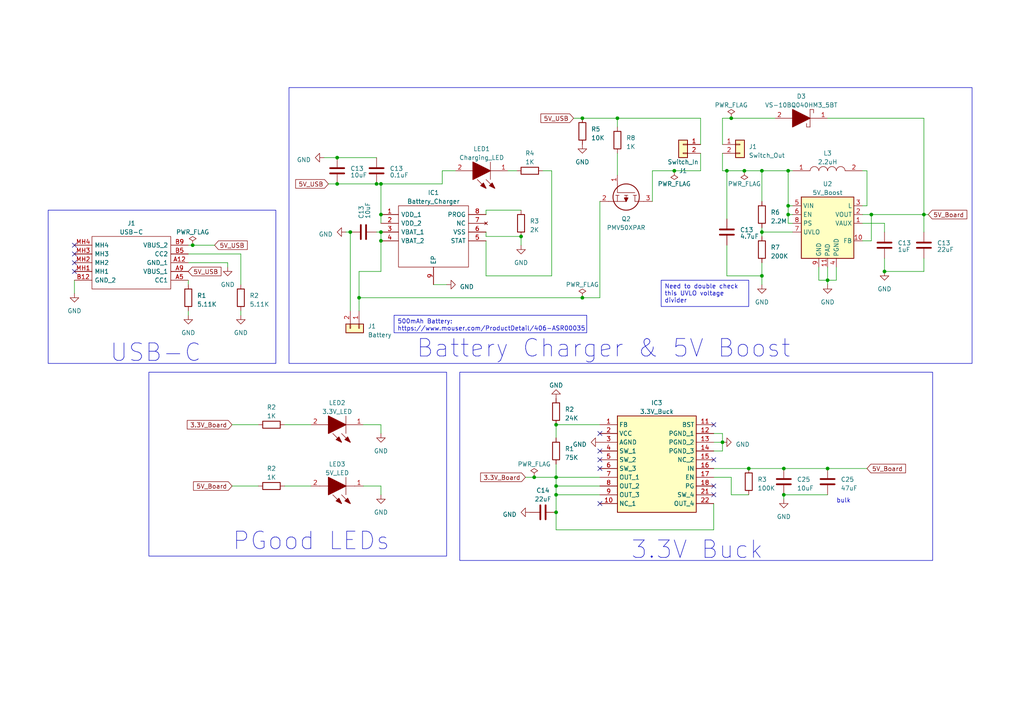
<source format=kicad_sch>
(kicad_sch (version 20230121) (generator eeschema)

  (uuid d0fbe651-2de6-4bf8-83aa-3817f7ae3659)

  (paper "A4")

  (lib_symbols
    (symbol "Connector_Generic:Conn_01x02" (pin_names (offset 1.016) hide) (in_bom yes) (on_board yes)
      (property "Reference" "J" (at 0 2.54 0)
        (effects (font (size 1.27 1.27)))
      )
      (property "Value" "Conn_01x02" (at 0 -5.08 0)
        (effects (font (size 1.27 1.27)))
      )
      (property "Footprint" "" (at 0 0 0)
        (effects (font (size 1.27 1.27)) hide)
      )
      (property "Datasheet" "~" (at 0 0 0)
        (effects (font (size 1.27 1.27)) hide)
      )
      (property "ki_keywords" "connector" (at 0 0 0)
        (effects (font (size 1.27 1.27)) hide)
      )
      (property "ki_description" "Generic connector, single row, 01x02, script generated (kicad-library-utils/schlib/autogen/connector/)" (at 0 0 0)
        (effects (font (size 1.27 1.27)) hide)
      )
      (property "ki_fp_filters" "Connector*:*_1x??_*" (at 0 0 0)
        (effects (font (size 1.27 1.27)) hide)
      )
      (symbol "Conn_01x02_1_1"
        (rectangle (start -1.27 -2.413) (end 0 -2.667)
          (stroke (width 0.1524) (type default))
          (fill (type none))
        )
        (rectangle (start -1.27 0.127) (end 0 -0.127)
          (stroke (width 0.1524) (type default))
          (fill (type none))
        )
        (rectangle (start -1.27 1.27) (end 1.27 -3.81)
          (stroke (width 0.254) (type default))
          (fill (type background))
        )
        (pin passive line (at -5.08 0 0) (length 3.81)
          (name "Pin_1" (effects (font (size 1.27 1.27))))
          (number "1" (effects (font (size 1.27 1.27))))
        )
        (pin passive line (at -5.08 -2.54 0) (length 3.81)
          (name "Pin_2" (effects (font (size 1.27 1.27))))
          (number "2" (effects (font (size 1.27 1.27))))
        )
      )
    )
    (symbol "Device:C" (pin_numbers hide) (pin_names (offset 0.254)) (in_bom yes) (on_board yes)
      (property "Reference" "C" (at 0.635 2.54 0)
        (effects (font (size 1.27 1.27)) (justify left))
      )
      (property "Value" "C" (at 0.635 -2.54 0)
        (effects (font (size 1.27 1.27)) (justify left))
      )
      (property "Footprint" "" (at 0.9652 -3.81 0)
        (effects (font (size 1.27 1.27)) hide)
      )
      (property "Datasheet" "~" (at 0 0 0)
        (effects (font (size 1.27 1.27)) hide)
      )
      (property "ki_keywords" "cap capacitor" (at 0 0 0)
        (effects (font (size 1.27 1.27)) hide)
      )
      (property "ki_description" "Unpolarized capacitor" (at 0 0 0)
        (effects (font (size 1.27 1.27)) hide)
      )
      (property "ki_fp_filters" "C_*" (at 0 0 0)
        (effects (font (size 1.27 1.27)) hide)
      )
      (symbol "C_0_1"
        (polyline
          (pts
            (xy -2.032 -0.762)
            (xy 2.032 -0.762)
          )
          (stroke (width 0.508) (type default))
          (fill (type none))
        )
        (polyline
          (pts
            (xy -2.032 0.762)
            (xy 2.032 0.762)
          )
          (stroke (width 0.508) (type default))
          (fill (type none))
        )
      )
      (symbol "C_1_1"
        (pin passive line (at 0 3.81 270) (length 2.794)
          (name "~" (effects (font (size 1.27 1.27))))
          (number "1" (effects (font (size 1.27 1.27))))
        )
        (pin passive line (at 0 -3.81 90) (length 2.794)
          (name "~" (effects (font (size 1.27 1.27))))
          (number "2" (effects (font (size 1.27 1.27))))
        )
      )
    )
    (symbol "Device:R" (pin_numbers hide) (pin_names (offset 0)) (in_bom yes) (on_board yes)
      (property "Reference" "R" (at 2.032 0 90)
        (effects (font (size 1.27 1.27)))
      )
      (property "Value" "R" (at 0 0 90)
        (effects (font (size 1.27 1.27)))
      )
      (property "Footprint" "" (at -1.778 0 90)
        (effects (font (size 1.27 1.27)) hide)
      )
      (property "Datasheet" "~" (at 0 0 0)
        (effects (font (size 1.27 1.27)) hide)
      )
      (property "ki_keywords" "R res resistor" (at 0 0 0)
        (effects (font (size 1.27 1.27)) hide)
      )
      (property "ki_description" "Resistor" (at 0 0 0)
        (effects (font (size 1.27 1.27)) hide)
      )
      (property "ki_fp_filters" "R_*" (at 0 0 0)
        (effects (font (size 1.27 1.27)) hide)
      )
      (symbol "R_0_1"
        (rectangle (start -1.016 -2.54) (end 1.016 2.54)
          (stroke (width 0.254) (type default))
          (fill (type none))
        )
      )
      (symbol "R_1_1"
        (pin passive line (at 0 3.81 270) (length 1.27)
          (name "~" (effects (font (size 1.27 1.27))))
          (number "1" (effects (font (size 1.27 1.27))))
        )
        (pin passive line (at 0 -3.81 90) (length 1.27)
          (name "~" (effects (font (size 1.27 1.27))))
          (number "2" (effects (font (size 1.27 1.27))))
        )
      )
    )
    (symbol "LQH3NPZ2R2MGRL:LQH3NPZ2R2MGRL" (pin_names (offset 0.762)) (in_bom yes) (on_board yes)
      (property "Reference" "L" (at 16.51 6.35 0)
        (effects (font (size 1.27 1.27)) (justify left))
      )
      (property "Value" "LQH3NPZ2R2MGRL" (at 16.51 3.81 0)
        (effects (font (size 1.27 1.27)) (justify left))
      )
      (property "Footprint" "LQH3NPN100MGRL" (at 16.51 1.27 0)
        (effects (font (size 1.27 1.27)) (justify left) hide)
      )
      (property "Datasheet" "https://psearch.en.murata.com/inductor/product/LQH3NPZ2R2MGR%23.html" (at 16.51 -1.27 0)
        (effects (font (size 1.27 1.27)) (justify left) hide)
      )
      (property "Description" "LQH3NPZ_GR Series Inductor 2.2uH +/-20% 1212 (3030)" (at 16.51 -3.81 0)
        (effects (font (size 1.27 1.27)) (justify left) hide)
      )
      (property "Height" "1" (at 16.51 -6.35 0)
        (effects (font (size 1.27 1.27)) (justify left) hide)
      )
      (property "Mouser Part Number" "81-LQH3NPZ2R2MGRL" (at 16.51 -8.89 0)
        (effects (font (size 1.27 1.27)) (justify left) hide)
      )
      (property "Mouser Price/Stock" "https://www.mouser.co.uk/ProductDetail/Murata-Electronics/LQH3NPZ2R2MGRL?qs=AlcXFAMbscCApGWd2EHyJw%3D%3D" (at 16.51 -11.43 0)
        (effects (font (size 1.27 1.27)) (justify left) hide)
      )
      (property "Manufacturer_Name" "Murata Electronics" (at 16.51 -13.97 0)
        (effects (font (size 1.27 1.27)) (justify left) hide)
      )
      (property "Manufacturer_Part_Number" "LQH3NPZ2R2MGRL" (at 16.51 -16.51 0)
        (effects (font (size 1.27 1.27)) (justify left) hide)
      )
      (symbol "LQH3NPZ2R2MGRL_0_0"
        (pin passive line (at 0 0 0) (length 5.08)
          (name "~" (effects (font (size 1.27 1.27))))
          (number "1" (effects (font (size 1.27 1.27))))
        )
        (pin passive line (at 20.32 0 180) (length 5.08)
          (name "~" (effects (font (size 1.27 1.27))))
          (number "2" (effects (font (size 1.27 1.27))))
        )
      )
      (symbol "LQH3NPZ2R2MGRL_0_1"
        (arc (start 7.62 0) (mid 6.35 1.2202) (end 5.08 0)
          (stroke (width 0.1524) (type solid))
          (fill (type none))
        )
        (arc (start 10.16 0) (mid 8.89 1.2202) (end 7.62 0)
          (stroke (width 0.1524) (type solid))
          (fill (type none))
        )
        (arc (start 12.7 0) (mid 11.43 1.2202) (end 10.16 0)
          (stroke (width 0.1524) (type solid))
          (fill (type none))
        )
        (arc (start 15.24 0) (mid 13.97 1.2202) (end 12.7 0)
          (stroke (width 0.1524) (type solid))
          (fill (type none))
        )
      )
    )
    (symbol "LTST-C190GKT:LTST-C190GKT" (pin_names (offset 0.762)) (in_bom yes) (on_board yes)
      (property "Reference" "LED" (at 12.7 8.89 0)
        (effects (font (size 1.27 1.27)) (justify left bottom))
      )
      (property "Value" "LTST-C190GKT" (at 12.7 6.35 0)
        (effects (font (size 1.27 1.27)) (justify left bottom))
      )
      (property "Footprint" "LEDC1608X90N" (at 12.7 3.81 0)
        (effects (font (size 1.27 1.27)) (justify left bottom) hide)
      )
      (property "Datasheet" "https://media.digikey.com/pdf/Data%20Sheets/Lite-On%20PDFs/LTST-C190GKT.pdf" (at 12.7 1.27 0)
        (effects (font (size 1.27 1.27)) (justify left bottom) hide)
      )
      (property "Description" "Standard LEDs - SMD Green Clear 569nm" (at 12.7 -1.27 0)
        (effects (font (size 1.27 1.27)) (justify left bottom) hide)
      )
      (property "Height" "0.9" (at 12.7 -3.81 0)
        (effects (font (size 1.27 1.27)) (justify left bottom) hide)
      )
      (property "Mouser Part Number" "859-LTST-C190GKT" (at 12.7 -6.35 0)
        (effects (font (size 1.27 1.27)) (justify left bottom) hide)
      )
      (property "Mouser Price/Stock" "https://www.mouser.co.uk/ProductDetail/Lite-On/LTST-C190GKT?qs=drxkyCeiWgbQzclgbojDOg%3D%3D" (at 12.7 -8.89 0)
        (effects (font (size 1.27 1.27)) (justify left bottom) hide)
      )
      (property "Manufacturer_Name" "Lite-On" (at 12.7 -11.43 0)
        (effects (font (size 1.27 1.27)) (justify left bottom) hide)
      )
      (property "Manufacturer_Part_Number" "LTST-C190GKT" (at 12.7 -13.97 0)
        (effects (font (size 1.27 1.27)) (justify left bottom) hide)
      )
      (symbol "LTST-C190GKT_0_0"
        (pin passive line (at 0 0 0) (length 2.54)
          (name "~" (effects (font (size 1.27 1.27))))
          (number "1" (effects (font (size 1.27 1.27))))
        )
        (pin passive line (at 15.24 0 180) (length 2.54)
          (name "~" (effects (font (size 1.27 1.27))))
          (number "2" (effects (font (size 1.27 1.27))))
        )
      )
      (symbol "LTST-C190GKT_0_1"
        (polyline
          (pts
            (xy 2.54 0)
            (xy 5.08 0)
          )
          (stroke (width 0.1524) (type solid))
          (fill (type none))
        )
        (polyline
          (pts
            (xy 5.08 2.54)
            (xy 5.08 -2.54)
          )
          (stroke (width 0.1524) (type solid))
          (fill (type none))
        )
        (polyline
          (pts
            (xy 6.35 2.54)
            (xy 3.81 5.08)
          )
          (stroke (width 0.1524) (type solid))
          (fill (type none))
        )
        (polyline
          (pts
            (xy 8.89 2.54)
            (xy 6.35 5.08)
          )
          (stroke (width 0.1524) (type solid))
          (fill (type none))
        )
        (polyline
          (pts
            (xy 10.16 0)
            (xy 12.7 0)
          )
          (stroke (width 0.1524) (type solid))
          (fill (type none))
        )
        (polyline
          (pts
            (xy 5.08 0)
            (xy 10.16 2.54)
            (xy 10.16 -2.54)
            (xy 5.08 0)
          )
          (stroke (width 0.254) (type solid))
          (fill (type outline))
        )
        (polyline
          (pts
            (xy 5.334 4.318)
            (xy 4.572 3.556)
            (xy 3.81 5.08)
            (xy 5.334 4.318)
          )
          (stroke (width 0.254) (type solid))
          (fill (type outline))
        )
        (polyline
          (pts
            (xy 7.874 4.318)
            (xy 7.112 3.556)
            (xy 6.35 5.08)
            (xy 7.874 4.318)
          )
          (stroke (width 0.254) (type solid))
          (fill (type outline))
        )
      )
    )
    (symbol "MCP73831-2DCI_MC:MCP73831-2DCI_MC" (pin_names (offset 0.762)) (in_bom yes) (on_board yes)
      (property "Reference" "IC" (at 26.67 7.62 0)
        (effects (font (size 1.27 1.27)) (justify left))
      )
      (property "Value" "MCP73831-2DCI_MC" (at 26.67 5.08 0)
        (effects (font (size 1.27 1.27)) (justify left))
      )
      (property "Footprint" "SON50P300X200X100-9N-D" (at 26.67 2.54 0)
        (effects (font (size 1.27 1.27)) (justify left) hide)
      )
      (property "Datasheet" "https://www.arrow.com/en/products/mcp73831-2dcimc/microchip-technology" (at 26.67 0 0)
        (effects (font (size 1.27 1.27)) (justify left) hide)
      )
      (property "Description" "Linear Battery Charger Controller Li-Ion/Li-Pol 505mA 4.2V 8-Pin DFN EP Tube" (at 26.67 -2.54 0)
        (effects (font (size 1.27 1.27)) (justify left) hide)
      )
      (property "Height" "1" (at 26.67 -5.08 0)
        (effects (font (size 1.27 1.27)) (justify left) hide)
      )
      (property "Mouser Part Number" "579-MCP73831-2DCI/MC" (at 26.67 -7.62 0)
        (effects (font (size 1.27 1.27)) (justify left) hide)
      )
      (property "Mouser Price/Stock" "https://www.mouser.co.uk/ProductDetail/Microchip-Technology-Atmel/MCP73831-2DCI-MC?qs=hH%252BOa0VZEiBQ%2FrptDRXKdg%3D%3D" (at 26.67 -10.16 0)
        (effects (font (size 1.27 1.27)) (justify left) hide)
      )
      (property "Manufacturer_Name" "Microchip" (at 26.67 -12.7 0)
        (effects (font (size 1.27 1.27)) (justify left) hide)
      )
      (property "Manufacturer_Part_Number" "MCP73831-2DCI/MC" (at 26.67 -15.24 0)
        (effects (font (size 1.27 1.27)) (justify left) hide)
      )
      (symbol "MCP73831-2DCI_MC_0_0"
        (pin passive line (at 0 0 0) (length 5.08)
          (name "VDD_1" (effects (font (size 1.27 1.27))))
          (number "1" (effects (font (size 1.27 1.27))))
        )
        (pin passive line (at 0 -2.54 0) (length 5.08)
          (name "VDD_2" (effects (font (size 1.27 1.27))))
          (number "2" (effects (font (size 1.27 1.27))))
        )
        (pin passive line (at 0 -5.08 0) (length 5.08)
          (name "VBAT_1" (effects (font (size 1.27 1.27))))
          (number "3" (effects (font (size 1.27 1.27))))
        )
        (pin passive line (at 0 -7.62 0) (length 5.08)
          (name "VBAT_2" (effects (font (size 1.27 1.27))))
          (number "4" (effects (font (size 1.27 1.27))))
        )
        (pin passive line (at 30.48 -7.62 180) (length 5.08)
          (name "STAT" (effects (font (size 1.27 1.27))))
          (number "5" (effects (font (size 1.27 1.27))))
        )
        (pin passive line (at 30.48 -5.08 180) (length 5.08)
          (name "VSS" (effects (font (size 1.27 1.27))))
          (number "6" (effects (font (size 1.27 1.27))))
        )
        (pin no_connect line (at 30.48 -2.54 180) (length 5.08)
          (name "NC" (effects (font (size 1.27 1.27))))
          (number "7" (effects (font (size 1.27 1.27))))
        )
        (pin passive line (at 30.48 0 180) (length 5.08)
          (name "PROG" (effects (font (size 1.27 1.27))))
          (number "8" (effects (font (size 1.27 1.27))))
        )
        (pin passive line (at 15.24 -20.32 90) (length 5.08)
          (name "EP" (effects (font (size 1.27 1.27))))
          (number "9" (effects (font (size 1.27 1.27))))
        )
      )
      (symbol "MCP73831-2DCI_MC_0_1"
        (polyline
          (pts
            (xy 5.08 2.54)
            (xy 25.4 2.54)
            (xy 25.4 -15.24)
            (xy 5.08 -15.24)
            (xy 5.08 2.54)
          )
          (stroke (width 0.1524) (type solid))
          (fill (type none))
        )
      )
    )
    (symbol "MPM3610AGQV-Z:MPM3610AGQV-Z" (in_bom yes) (on_board yes)
      (property "Reference" "IC" (at 29.21 7.62 0)
        (effects (font (size 1.27 1.27)) (justify left top))
      )
      (property "Value" "MPM3610AGQV-Z" (at 29.21 5.08 0)
        (effects (font (size 1.27 1.27)) (justify left top))
      )
      (property "Footprint" "MPM3610AGQVZ" (at 29.21 -94.92 0)
        (effects (font (size 1.27 1.27)) (justify left top) hide)
      )
      (property "Datasheet" "https://www.monolithicpower.com/pub/media/document/MPM3610A_r1.0.pdf" (at 29.21 -194.92 0)
        (effects (font (size 1.27 1.27)) (justify left top) hide)
      )
      (property "Height" "1.65" (at 29.21 -394.92 0)
        (effects (font (size 1.27 1.27)) (justify left top) hide)
      )
      (property "Mouser Part Number" "946-MPM3610AGQV-Z" (at 29.21 -494.92 0)
        (effects (font (size 1.27 1.27)) (justify left top) hide)
      )
      (property "Mouser Price/Stock" "https://www.mouser.co.uk/ProductDetail/Monolithic-Power-Systems-MPS/MPM3610AGQV-Z?qs=ZNK0BnemlqFKL2BkndmY4g%3D%3D" (at 29.21 -594.92 0)
        (effects (font (size 1.27 1.27)) (justify left top) hide)
      )
      (property "Manufacturer_Name" "Monolithic Power Systems (MPS)" (at 29.21 -694.92 0)
        (effects (font (size 1.27 1.27)) (justify left top) hide)
      )
      (property "Manufacturer_Part_Number" "MPM3610AGQV-Z" (at 29.21 -794.92 0)
        (effects (font (size 1.27 1.27)) (justify left top) hide)
      )
      (property "ki_description" "DC DC CONVERTER 0.8-18.48V" (at 0 0 0)
        (effects (font (size 1.27 1.27)) hide)
      )
      (symbol "MPM3610AGQV-Z_1_1"
        (rectangle (start 5.08 2.54) (end 27.94 -25.4)
          (stroke (width 0.254) (type default))
          (fill (type background))
        )
        (pin passive line (at 0 0 0) (length 5.08)
          (name "FB" (effects (font (size 1.27 1.27))))
          (number "1" (effects (font (size 1.27 1.27))))
        )
        (pin passive line (at 0 -22.86 0) (length 5.08)
          (name "NC_1" (effects (font (size 1.27 1.27))))
          (number "10" (effects (font (size 1.27 1.27))))
        )
        (pin passive line (at 33.02 0 180) (length 5.08)
          (name "BST" (effects (font (size 1.27 1.27))))
          (number "11" (effects (font (size 1.27 1.27))))
        )
        (pin passive line (at 33.02 -2.54 180) (length 5.08)
          (name "PGND_1" (effects (font (size 1.27 1.27))))
          (number "12" (effects (font (size 1.27 1.27))))
        )
        (pin passive line (at 33.02 -5.08 180) (length 5.08)
          (name "PGND_2" (effects (font (size 1.27 1.27))))
          (number "13" (effects (font (size 1.27 1.27))))
        )
        (pin passive line (at 33.02 -7.62 180) (length 5.08)
          (name "PGND_3" (effects (font (size 1.27 1.27))))
          (number "14" (effects (font (size 1.27 1.27))))
        )
        (pin passive line (at 33.02 -10.16 180) (length 5.08)
          (name "NC_2" (effects (font (size 1.27 1.27))))
          (number "15" (effects (font (size 1.27 1.27))))
        )
        (pin passive line (at 33.02 -12.7 180) (length 5.08)
          (name "IN" (effects (font (size 1.27 1.27))))
          (number "16" (effects (font (size 1.27 1.27))))
        )
        (pin passive line (at 33.02 -15.24 180) (length 5.08)
          (name "EN" (effects (font (size 1.27 1.27))))
          (number "17" (effects (font (size 1.27 1.27))))
        )
        (pin passive line (at 33.02 -17.78 180) (length 5.08)
          (name "PG" (effects (font (size 1.27 1.27))))
          (number "18" (effects (font (size 1.27 1.27))))
        )
        (pin passive line (at 0 -2.54 0) (length 5.08)
          (name "VCC" (effects (font (size 1.27 1.27))))
          (number "2" (effects (font (size 1.27 1.27))))
        )
        (pin passive line (at 33.02 -20.32 180) (length 5.08)
          (name "SW_4" (effects (font (size 1.27 1.27))))
          (number "21" (effects (font (size 1.27 1.27))))
        )
        (pin passive line (at 33.02 -22.86 180) (length 5.08)
          (name "OUT_4" (effects (font (size 1.27 1.27))))
          (number "22" (effects (font (size 1.27 1.27))))
        )
        (pin passive line (at 0 -5.08 0) (length 5.08)
          (name "AGND" (effects (font (size 1.27 1.27))))
          (number "3" (effects (font (size 1.27 1.27))))
        )
        (pin passive line (at 0 -7.62 0) (length 5.08)
          (name "SW_1" (effects (font (size 1.27 1.27))))
          (number "4" (effects (font (size 1.27 1.27))))
        )
        (pin passive line (at 0 -10.16 0) (length 5.08)
          (name "SW_2" (effects (font (size 1.27 1.27))))
          (number "5" (effects (font (size 1.27 1.27))))
        )
        (pin passive line (at 0 -12.7 0) (length 5.08)
          (name "SW_3" (effects (font (size 1.27 1.27))))
          (number "6" (effects (font (size 1.27 1.27))))
        )
        (pin passive line (at 0 -15.24 0) (length 5.08)
          (name "OUT_1" (effects (font (size 1.27 1.27))))
          (number "7" (effects (font (size 1.27 1.27))))
        )
        (pin passive line (at 0 -17.78 0) (length 5.08)
          (name "OUT_2" (effects (font (size 1.27 1.27))))
          (number "8" (effects (font (size 1.27 1.27))))
        )
        (pin passive line (at 0 -20.32 0) (length 5.08)
          (name "OUT_3" (effects (font (size 1.27 1.27))))
          (number "9" (effects (font (size 1.27 1.27))))
        )
      )
    )
    (symbol "PMV50XPAR:PMV50XPAR" (pin_names (offset 0.762)) (in_bom yes) (on_board yes)
      (property "Reference" "Q" (at 11.43 3.81 0)
        (effects (font (size 1.27 1.27)) (justify left))
      )
      (property "Value" "PMV50XPAR" (at 11.43 1.27 0)
        (effects (font (size 1.27 1.27)) (justify left))
      )
      (property "Footprint" "SOT95P230X110-3N" (at 11.43 -1.27 0)
        (effects (font (size 1.27 1.27)) (justify left) hide)
      )
      (property "Datasheet" "https://assets.nexperia.com/documents/data-sheet/PMV50XPA.pdf" (at 11.43 -3.81 0)
        (effects (font (size 1.27 1.27)) (justify left) hide)
      )
      (property "Description" "PMV50XPA - 20 V, P-channel Trench MOSFET@en-us" (at 11.43 -6.35 0)
        (effects (font (size 1.27 1.27)) (justify left) hide)
      )
      (property "Height" "1.1" (at 11.43 -8.89 0)
        (effects (font (size 1.27 1.27)) (justify left) hide)
      )
      (property "Mouser Part Number" "771-PMV50XPAR" (at 11.43 -11.43 0)
        (effects (font (size 1.27 1.27)) (justify left) hide)
      )
      (property "Mouser Price/Stock" "https://www.mouser.co.uk/ProductDetail/Nexperia/PMV50XPAR?qs=amGC7iS6iy%2F5FSUzonJrVQ%3D%3D" (at 11.43 -13.97 0)
        (effects (font (size 1.27 1.27)) (justify left) hide)
      )
      (property "Manufacturer_Name" "Nexperia" (at 11.43 -16.51 0)
        (effects (font (size 1.27 1.27)) (justify left) hide)
      )
      (property "Manufacturer_Part_Number" "PMV50XPAR" (at 11.43 -19.05 0)
        (effects (font (size 1.27 1.27)) (justify left) hide)
      )
      (symbol "PMV50XPAR_0_0"
        (pin passive line (at 0 0 0) (length 2.54)
          (name "~" (effects (font (size 1.27 1.27))))
          (number "1" (effects (font (size 1.27 1.27))))
        )
        (pin passive line (at 7.62 -5.08 90) (length 2.54)
          (name "~" (effects (font (size 1.27 1.27))))
          (number "2" (effects (font (size 1.27 1.27))))
        )
        (pin passive line (at 7.62 10.16 270) (length 2.54)
          (name "~" (effects (font (size 1.27 1.27))))
          (number "3" (effects (font (size 1.27 1.27))))
        )
      )
      (symbol "PMV50XPAR_0_1"
        (polyline
          (pts
            (xy 5.842 -0.508)
            (xy 5.842 0.508)
          )
          (stroke (width 0.1524) (type solid))
          (fill (type none))
        )
        (polyline
          (pts
            (xy 5.842 0)
            (xy 7.62 0)
          )
          (stroke (width 0.1524) (type solid))
          (fill (type none))
        )
        (polyline
          (pts
            (xy 5.842 2.032)
            (xy 5.842 3.048)
          )
          (stroke (width 0.1524) (type solid))
          (fill (type none))
        )
        (polyline
          (pts
            (xy 5.842 5.588)
            (xy 5.842 4.572)
          )
          (stroke (width 0.1524) (type solid))
          (fill (type none))
        )
        (polyline
          (pts
            (xy 7.62 2.54)
            (xy 5.842 2.54)
          )
          (stroke (width 0.1524) (type solid))
          (fill (type none))
        )
        (polyline
          (pts
            (xy 7.62 2.54)
            (xy 7.62 -2.54)
          )
          (stroke (width 0.1524) (type solid))
          (fill (type none))
        )
        (polyline
          (pts
            (xy 7.62 5.08)
            (xy 5.842 5.08)
          )
          (stroke (width 0.1524) (type solid))
          (fill (type none))
        )
        (polyline
          (pts
            (xy 7.62 5.08)
            (xy 7.62 7.62)
          )
          (stroke (width 0.1524) (type solid))
          (fill (type none))
        )
        (polyline
          (pts
            (xy 2.54 0)
            (xy 5.08 0)
            (xy 5.08 5.08)
          )
          (stroke (width 0.1524) (type solid))
          (fill (type none))
        )
        (polyline
          (pts
            (xy 7.62 2.54)
            (xy 6.604 3.048)
            (xy 6.604 2.032)
            (xy 7.62 2.54)
          )
          (stroke (width 0.254) (type solid))
          (fill (type outline))
        )
        (circle (center 6.35 2.54) (radius 3.81)
          (stroke (width 0.254) (type solid))
          (fill (type none))
        )
      )
    )
    (symbol "Regulator_Switching:TPS61200DRC" (in_bom yes) (on_board yes)
      (property "Reference" "U" (at -10.16 8.89 0)
        (effects (font (size 1.27 1.27)) (justify left))
      )
      (property "Value" "TPS61200DRC" (at -2.54 8.89 0)
        (effects (font (size 1.27 1.27)) (justify left))
      )
      (property "Footprint" "Package_SON:Texas_S-PVSON-N10_ThermalVias" (at 0 -11.43 0)
        (effects (font (size 1.27 1.27)) hide)
      )
      (property "Datasheet" "http://www.ti.com/lit/ds/symlink/tps61200.pdf" (at 0 0 0)
        (effects (font (size 1.27 1.27)) hide)
      )
      (property "ki_keywords" "boost step-up DC/DC synchronous" (at 0 0 0)
        (effects (font (size 1.27 1.27)) hide)
      )
      (property "ki_description" "Low Input Voltage Synchronous Boost Converter With 1.3A Switches, Adjustable Output Voltage, 0.3-5.5V Input Voltage, VSON-10" (at 0 0 0)
        (effects (font (size 1.27 1.27)) hide)
      )
      (property "ki_fp_filters" "Texas*S*PVSON*N10*ThermalVias*" (at 0 0 0)
        (effects (font (size 1.27 1.27)) hide)
      )
      (symbol "TPS61200DRC_0_1"
        (rectangle (start -7.62 7.62) (end 7.62 -10.16)
          (stroke (width 0.254) (type default))
          (fill (type background))
        )
      )
      (symbol "TPS61200DRC_1_1"
        (pin bidirectional line (at 10.16 0 180) (length 2.54)
          (name "VAUX" (effects (font (size 1.27 1.27))))
          (number "1" (effects (font (size 1.27 1.27))))
        )
        (pin input line (at 10.16 -5.08 180) (length 2.54)
          (name "FB" (effects (font (size 1.27 1.27))))
          (number "10" (effects (font (size 1.27 1.27))))
        )
        (pin power_in line (at 0 -12.7 90) (length 2.54)
          (name "PAD" (effects (font (size 1.27 1.27))))
          (number "11" (effects (font (size 1.27 1.27))))
        )
        (pin power_out line (at 10.16 2.54 180) (length 2.54)
          (name "VOUT" (effects (font (size 1.27 1.27))))
          (number "2" (effects (font (size 1.27 1.27))))
        )
        (pin input line (at 10.16 5.08 180) (length 2.54)
          (name "L" (effects (font (size 1.27 1.27))))
          (number "3" (effects (font (size 1.27 1.27))))
        )
        (pin power_in line (at 2.54 -12.7 90) (length 2.54)
          (name "PGND" (effects (font (size 1.27 1.27))))
          (number "4" (effects (font (size 1.27 1.27))))
        )
        (pin power_in line (at -10.16 5.08 0) (length 2.54)
          (name "VIN" (effects (font (size 1.27 1.27))))
          (number "5" (effects (font (size 1.27 1.27))))
        )
        (pin input line (at -10.16 2.54 0) (length 2.54)
          (name "EN" (effects (font (size 1.27 1.27))))
          (number "6" (effects (font (size 1.27 1.27))))
        )
        (pin input line (at -10.16 -2.54 0) (length 2.54)
          (name "UVLO" (effects (font (size 1.27 1.27))))
          (number "7" (effects (font (size 1.27 1.27))))
        )
        (pin input line (at -10.16 0 0) (length 2.54)
          (name "PS" (effects (font (size 1.27 1.27))))
          (number "8" (effects (font (size 1.27 1.27))))
        )
        (pin power_in line (at -2.54 -12.7 90) (length 2.54)
          (name "GND" (effects (font (size 1.27 1.27))))
          (number "9" (effects (font (size 1.27 1.27))))
        )
      )
    )
    (symbol "USB4125-GF-A-0190:USB4125-GF-A-0190" (pin_names (offset 0.762)) (in_bom yes) (on_board yes)
      (property "Reference" "J" (at 29.21 7.62 0)
        (effects (font (size 1.27 1.27)) (justify left))
      )
      (property "Value" "USB4125-GF-A-0190" (at 29.21 5.08 0)
        (effects (font (size 1.27 1.27)) (justify left))
      )
      (property "Footprint" "USB4125GFA0190" (at 29.21 2.54 0)
        (effects (font (size 1.27 1.27)) (justify left) hide)
      )
      (property "Datasheet" "" (at 29.21 0 0)
        (effects (font (size 1.27 1.27)) (justify left) hide)
      )
      (property "Description" "USB Connectors USB C Rec GF RA 6P SMT TH Stakes 1.9mm" (at 29.21 -2.54 0)
        (effects (font (size 1.27 1.27)) (justify left) hide)
      )
      (property "Height" "" (at 29.21 -5.08 0)
        (effects (font (size 1.27 1.27)) (justify left) hide)
      )
      (property "Mouser Part Number" "640-USB4125-GF-A-190" (at 29.21 -7.62 0)
        (effects (font (size 1.27 1.27)) (justify left) hide)
      )
      (property "Mouser Price/Stock" "https://www.mouser.co.uk/ProductDetail/GCT/USB4125-GF-A-0190?qs=QNEnbhJQKvbCz4hEJBS24w%3D%3D" (at 29.21 -10.16 0)
        (effects (font (size 1.27 1.27)) (justify left) hide)
      )
      (property "Manufacturer_Name" "GCT (GLOBAL CONNECTOR TECHNOLOGY)" (at 29.21 -12.7 0)
        (effects (font (size 1.27 1.27)) (justify left) hide)
      )
      (property "Manufacturer_Part_Number" "USB4125-GF-A-0190" (at 29.21 -15.24 0)
        (effects (font (size 1.27 1.27)) (justify left) hide)
      )
      (symbol "USB4125-GF-A-0190_0_0"
        (pin passive line (at 0 -5.08 0) (length 5.08)
          (name "GND_1" (effects (font (size 1.27 1.27))))
          (number "A12" (effects (font (size 1.27 1.27))))
        )
        (pin passive line (at 0 0 0) (length 5.08)
          (name "CC1" (effects (font (size 1.27 1.27))))
          (number "A5" (effects (font (size 1.27 1.27))))
        )
        (pin passive line (at 0 -2.54 0) (length 5.08)
          (name "VBUS_1" (effects (font (size 1.27 1.27))))
          (number "A9" (effects (font (size 1.27 1.27))))
        )
        (pin passive line (at 33.02 0 180) (length 5.08)
          (name "GND_2" (effects (font (size 1.27 1.27))))
          (number "B12" (effects (font (size 1.27 1.27))))
        )
        (pin passive line (at 0 -7.62 0) (length 5.08)
          (name "CC2" (effects (font (size 1.27 1.27))))
          (number "B5" (effects (font (size 1.27 1.27))))
        )
        (pin passive line (at 0 -10.16 0) (length 5.08)
          (name "VBUS_2" (effects (font (size 1.27 1.27))))
          (number "B9" (effects (font (size 1.27 1.27))))
        )
        (pin passive line (at 33.02 -2.54 180) (length 5.08)
          (name "MH1" (effects (font (size 1.27 1.27))))
          (number "MH1" (effects (font (size 1.27 1.27))))
        )
        (pin passive line (at 33.02 -5.08 180) (length 5.08)
          (name "MH2" (effects (font (size 1.27 1.27))))
          (number "MH2" (effects (font (size 1.27 1.27))))
        )
        (pin passive line (at 33.02 -7.62 180) (length 5.08)
          (name "MH3" (effects (font (size 1.27 1.27))))
          (number "MH3" (effects (font (size 1.27 1.27))))
        )
        (pin passive line (at 33.02 -10.16 180) (length 5.08)
          (name "MH4" (effects (font (size 1.27 1.27))))
          (number "MH4" (effects (font (size 1.27 1.27))))
        )
      )
      (symbol "USB4125-GF-A-0190_0_1"
        (polyline
          (pts
            (xy 5.08 2.54)
            (xy 27.94 2.54)
            (xy 27.94 -12.7)
            (xy 5.08 -12.7)
            (xy 5.08 2.54)
          )
          (stroke (width 0.1524) (type solid))
          (fill (type none))
        )
      )
    )
    (symbol "VS-10BQ040HM3_5BT:VS-10BQ040HM3_5BT" (pin_names (offset 0.762)) (in_bom yes) (on_board yes)
      (property "Reference" "D" (at 12.7 8.89 0)
        (effects (font (size 1.27 1.27)) (justify left))
      )
      (property "Value" "VS-10BQ040HM3_5BT" (at 12.7 6.35 0)
        (effects (font (size 1.27 1.27)) (justify left))
      )
      (property "Footprint" "SMBJ20CDM3I" (at 12.7 3.81 0)
        (effects (font (size 1.27 1.27)) (justify left) hide)
      )
      (property "Datasheet" "https://www.vishay.com/docs/95723/vs-10bq040hm3.pdf" (at 12.7 1.27 0)
        (effects (font (size 1.27 1.27)) (justify left) hide)
      )
      (property "Description" "Schottky Diodes & Rectifiers Schottky - SMB-e3" (at 12.7 -1.27 0)
        (effects (font (size 1.27 1.27)) (justify left) hide)
      )
      (property "Height" "2.44" (at 12.7 -3.81 0)
        (effects (font (size 1.27 1.27)) (justify left) hide)
      )
      (property "Mouser Part Number" "78-VS-10BQ040HM35BT" (at 12.7 -6.35 0)
        (effects (font (size 1.27 1.27)) (justify left) hide)
      )
      (property "Mouser Price/Stock" "https://www.mouser.co.uk/ProductDetail/Vishay-Semiconductors/VS-10BQ040HM3-5BT?qs=p1ya7m3AA0A911tS7ZBIQg%3D%3D" (at 12.7 -8.89 0)
        (effects (font (size 1.27 1.27)) (justify left) hide)
      )
      (property "Manufacturer_Name" "Vishay" (at 12.7 -11.43 0)
        (effects (font (size 1.27 1.27)) (justify left) hide)
      )
      (property "Manufacturer_Part_Number" "VS-10BQ040HM3/5BT" (at 12.7 -13.97 0)
        (effects (font (size 1.27 1.27)) (justify left) hide)
      )
      (symbol "VS-10BQ040HM3_5BT_0_0"
        (pin passive line (at 2.54 0 0) (length 2.54)
          (name "~" (effects (font (size 1.27 1.27))))
          (number "1" (effects (font (size 1.27 1.27))))
        )
        (pin passive line (at 17.78 0 180) (length 2.54)
          (name "~" (effects (font (size 1.27 1.27))))
          (number "2" (effects (font (size 1.27 1.27))))
        )
      )
      (symbol "VS-10BQ040HM3_5BT_0_1"
        (polyline
          (pts
            (xy 5.08 0)
            (xy 7.62 0)
          )
          (stroke (width 0.1524) (type solid))
          (fill (type none))
        )
        (polyline
          (pts
            (xy 7.62 2.54)
            (xy 7.62 -2.54)
          )
          (stroke (width 0.1524) (type solid))
          (fill (type none))
        )
        (polyline
          (pts
            (xy 12.7 0)
            (xy 15.24 0)
          )
          (stroke (width 0.1524) (type solid))
          (fill (type none))
        )
        (polyline
          (pts
            (xy 7.62 -2.54)
            (xy 6.604 -2.54)
            (xy 6.604 -1.524)
          )
          (stroke (width 0.1524) (type solid))
          (fill (type none))
        )
        (polyline
          (pts
            (xy 7.62 2.54)
            (xy 8.636 2.54)
            (xy 8.636 1.524)
          )
          (stroke (width 0.1524) (type solid))
          (fill (type none))
        )
        (polyline
          (pts
            (xy 7.62 0)
            (xy 12.7 2.54)
            (xy 12.7 -2.54)
            (xy 7.62 0)
          )
          (stroke (width 0.254) (type solid))
          (fill (type outline))
        )
      )
    )
    (symbol "power:GND" (power) (pin_names (offset 0)) (in_bom yes) (on_board yes)
      (property "Reference" "#PWR" (at 0 -6.35 0)
        (effects (font (size 1.27 1.27)) hide)
      )
      (property "Value" "GND" (at 0 -3.81 0)
        (effects (font (size 1.27 1.27)))
      )
      (property "Footprint" "" (at 0 0 0)
        (effects (font (size 1.27 1.27)) hide)
      )
      (property "Datasheet" "" (at 0 0 0)
        (effects (font (size 1.27 1.27)) hide)
      )
      (property "ki_keywords" "global power" (at 0 0 0)
        (effects (font (size 1.27 1.27)) hide)
      )
      (property "ki_description" "Power symbol creates a global label with name \"GND\" , ground" (at 0 0 0)
        (effects (font (size 1.27 1.27)) hide)
      )
      (symbol "GND_0_1"
        (polyline
          (pts
            (xy 0 0)
            (xy 0 -1.27)
            (xy 1.27 -1.27)
            (xy 0 -2.54)
            (xy -1.27 -1.27)
            (xy 0 -1.27)
          )
          (stroke (width 0) (type default))
          (fill (type none))
        )
      )
      (symbol "GND_1_1"
        (pin power_in line (at 0 0 270) (length 0) hide
          (name "GND" (effects (font (size 1.27 1.27))))
          (number "1" (effects (font (size 1.27 1.27))))
        )
      )
    )
    (symbol "power:PWR_FLAG" (power) (pin_numbers hide) (pin_names (offset 0) hide) (in_bom yes) (on_board yes)
      (property "Reference" "#FLG" (at 0 1.905 0)
        (effects (font (size 1.27 1.27)) hide)
      )
      (property "Value" "PWR_FLAG" (at 0 3.81 0)
        (effects (font (size 1.27 1.27)))
      )
      (property "Footprint" "" (at 0 0 0)
        (effects (font (size 1.27 1.27)) hide)
      )
      (property "Datasheet" "~" (at 0 0 0)
        (effects (font (size 1.27 1.27)) hide)
      )
      (property "ki_keywords" "flag power" (at 0 0 0)
        (effects (font (size 1.27 1.27)) hide)
      )
      (property "ki_description" "Special symbol for telling ERC where power comes from" (at 0 0 0)
        (effects (font (size 1.27 1.27)) hide)
      )
      (symbol "PWR_FLAG_0_0"
        (pin power_out line (at 0 0 90) (length 0)
          (name "pwr" (effects (font (size 1.27 1.27))))
          (number "1" (effects (font (size 1.27 1.27))))
        )
      )
      (symbol "PWR_FLAG_0_1"
        (polyline
          (pts
            (xy 0 0)
            (xy 0 1.27)
            (xy -1.016 1.905)
            (xy 0 2.54)
            (xy 1.016 1.905)
            (xy 0 1.27)
          )
          (stroke (width 0) (type default))
          (fill (type none))
        )
      )
    )
  )

  (junction (at 179.07 34.29) (diameter 0) (color 0 0 0 0)
    (uuid 043adce1-4e41-495c-a153-16ce68a326fa)
  )
  (junction (at 161.29 143.51) (diameter 0) (color 0 0 0 0)
    (uuid 10181ec5-a2f8-4e7b-88d8-ad1b470582bf)
  )
  (junction (at 97.79 53.34) (diameter 0) (color 0 0 0 0)
    (uuid 10292ed5-0ace-4294-b307-5f6e006e8b95)
  )
  (junction (at 228.6 59.69) (diameter 0) (color 0 0 0 0)
    (uuid 13aa874a-8700-4a90-a704-dc197a017dba)
  )
  (junction (at 110.49 62.23) (diameter 0) (color 0 0 0 0)
    (uuid 1f4affc9-5f98-4155-b8ce-b3510b7a5d4c)
  )
  (junction (at 228.6 62.23) (diameter 0) (color 0 0 0 0)
    (uuid 29be29ea-9940-4c44-bf63-4e88956d67d0)
  )
  (junction (at 210.82 49.53) (diameter 0) (color 0 0 0 0)
    (uuid 37f1e234-814f-4414-841c-960169c3a5a9)
  )
  (junction (at 161.29 123.19) (diameter 0) (color 0 0 0 0)
    (uuid 3e1f4ebd-4c54-461d-b878-90970402b2a8)
  )
  (junction (at 109.22 53.34) (diameter 0) (color 0 0 0 0)
    (uuid 3e8a5143-c9a4-4ad9-8c66-36cfbe5b979a)
  )
  (junction (at 168.91 86.36) (diameter 0) (color 0 0 0 0)
    (uuid 4aeea4c7-40f1-4ea8-95dd-923f9a71d21a)
  )
  (junction (at 209.55 128.27) (diameter 0) (color 0 0 0 0)
    (uuid 4baa2dc3-493c-4d10-a805-171d77269189)
  )
  (junction (at 240.03 135.89) (diameter 0) (color 0 0 0 0)
    (uuid 52e41d18-6246-4be0-a3bc-f85f0fbb3934)
  )
  (junction (at 104.14 86.36) (diameter 0) (color 0 0 0 0)
    (uuid 56048771-9540-4577-8d4f-8d91cd1c8ea7)
  )
  (junction (at 101.6 67.31) (diameter 0) (color 0 0 0 0)
    (uuid 56815391-6904-4ced-9a0e-908694743c46)
  )
  (junction (at 217.17 135.89) (diameter 0) (color 0 0 0 0)
    (uuid 5bc20d4f-0d15-459d-b9f8-bb96201930bb)
  )
  (junction (at 267.97 62.23) (diameter 0) (color 0 0 0 0)
    (uuid 5bd73746-0fdd-4da1-b2a6-0f215477ebbc)
  )
  (junction (at 161.29 140.97) (diameter 0) (color 0 0 0 0)
    (uuid 5f3e0eb8-737d-487d-8ee0-2ec34e6b901e)
  )
  (junction (at 220.98 49.53) (diameter 0) (color 0 0 0 0)
    (uuid 6f1e768e-58e4-46f8-a228-661ba402af0e)
  )
  (junction (at 240.03 81.28) (diameter 0) (color 0 0 0 0)
    (uuid 75e8db7c-b81d-4fb5-97bf-74cf9636c741)
  )
  (junction (at 252.73 62.23) (diameter 0) (color 0 0 0 0)
    (uuid 89fb2fa5-2116-427d-b8fd-5f698c2c0e59)
  )
  (junction (at 215.9 49.53) (diameter 0) (color 0 0 0 0)
    (uuid 8a9cd331-edd9-4e4a-9771-98bc30e04332)
  )
  (junction (at 154.94 138.43) (diameter 0) (color 0 0 0 0)
    (uuid 8c9af0db-383a-4503-9ce4-a414e0f90bc2)
  )
  (junction (at 220.98 80.01) (diameter 0) (color 0 0 0 0)
    (uuid 8e34e05c-f636-47aa-b06e-ad0b250eeaef)
  )
  (junction (at 228.6 49.53) (diameter 0) (color 0 0 0 0)
    (uuid 91124e2c-3672-420a-8141-8a0c60b51076)
  )
  (junction (at 55.88 71.12) (diameter 0) (color 0 0 0 0)
    (uuid 9159e2f9-e2d1-474a-9435-ff7d457fe25c)
  )
  (junction (at 151.13 68.58) (diameter 0) (color 0 0 0 0)
    (uuid 991eb3c4-85c4-42fb-bad2-18b751595f1e)
  )
  (junction (at 110.49 53.34) (diameter 0) (color 0 0 0 0)
    (uuid 99ef6683-4d5b-4834-b220-13fb2b780359)
  )
  (junction (at 212.09 34.29) (diameter 0) (color 0 0 0 0)
    (uuid 9d9746dd-0df5-4a67-bbe3-0dd83bfae576)
  )
  (junction (at 110.49 69.85) (diameter 0) (color 0 0 0 0)
    (uuid a56e1c4f-0657-4ec6-8f82-f47d66ace206)
  )
  (junction (at 220.98 67.31) (diameter 0) (color 0 0 0 0)
    (uuid a64d261c-c196-4b4b-8420-311d051e7b06)
  )
  (junction (at 110.49 67.31) (diameter 0) (color 0 0 0 0)
    (uuid cf86eaaf-5f7a-4d29-a0b1-cd674ba9274b)
  )
  (junction (at 227.33 135.89) (diameter 0) (color 0 0 0 0)
    (uuid d3d7a890-2e60-4481-9f3e-128fc2b8743c)
  )
  (junction (at 161.29 148.59) (diameter 0) (color 0 0 0 0)
    (uuid e1cb42e0-59c8-4c69-9a7f-a76a1371c237)
  )
  (junction (at 195.58 49.53) (diameter 0) (color 0 0 0 0)
    (uuid e2a1fe60-1b03-421f-acc7-71ade70593a8)
  )
  (junction (at 97.79 45.72) (diameter 0) (color 0 0 0 0)
    (uuid e42b843a-065d-4c60-9b25-0f0cb3a5f202)
  )
  (junction (at 256.54 78.74) (diameter 0) (color 0 0 0 0)
    (uuid e6800809-ce9a-4b68-852b-564c2f3e12c9)
  )
  (junction (at 227.33 143.51) (diameter 0) (color 0 0 0 0)
    (uuid eaed792b-b09c-400d-846c-7258a28991fb)
  )
  (junction (at 168.91 34.29) (diameter 0) (color 0 0 0 0)
    (uuid f066b5c7-12ff-4d28-a586-2d245946db3c)
  )
  (junction (at 161.29 138.43) (diameter 0) (color 0 0 0 0)
    (uuid f4a78646-aa48-4513-9f35-afe0663bf46a)
  )

  (no_connect (at 21.59 78.74) (uuid 0fdfa39d-a326-4d1d-82c6-8f53be8d8dfd))
  (no_connect (at 173.99 125.73) (uuid 14f35600-88d4-4348-ad95-ff0fb928ab0e))
  (no_connect (at 173.99 130.81) (uuid 2a407d2d-7093-4078-950b-1881ebe95144))
  (no_connect (at 207.01 133.35) (uuid 4a3aaa95-0cf1-4127-b1c3-5f71f8e6e284))
  (no_connect (at 21.59 71.12) (uuid 4ce5fbc0-1e2c-4578-83b6-9f656e6952ff))
  (no_connect (at 173.99 133.35) (uuid 5451ce6e-dbd0-4980-a8c1-c56f92f7bfc9))
  (no_connect (at 207.01 143.51) (uuid 577d24d5-9572-4b79-9a6a-dfb339683291))
  (no_connect (at 21.59 76.2) (uuid 81f6d9c2-2d6c-405f-8687-3fe57c18b029))
  (no_connect (at 207.01 140.97) (uuid 9f4a6191-5fd4-47a3-b715-cae6ba770bfd))
  (no_connect (at 21.59 73.66) (uuid a5be572e-99da-49d1-8fff-dcc5b10b2bfa))
  (no_connect (at 173.99 135.89) (uuid b0c3dd1e-f1ae-4ad9-8510-f6b9144b0bae))
  (no_connect (at 173.99 146.05) (uuid c582ea0c-e3aa-4950-a68f-8ce668641cf4))
  (no_connect (at 207.01 123.19) (uuid e454f8e4-8909-479a-9784-bd31e0c74816))

  (wire (pts (xy 237.49 77.47) (xy 237.49 81.28))
    (stroke (width 0) (type default))
    (uuid 01b526f8-873f-438c-9b86-1b94bf5a5d16)
  )
  (wire (pts (xy 161.29 143.51) (xy 161.29 140.97))
    (stroke (width 0) (type default))
    (uuid 01f703d2-b610-4caa-951e-6b6e15f6760c)
  )
  (wire (pts (xy 166.37 34.29) (xy 168.91 34.29))
    (stroke (width 0) (type default))
    (uuid 02d4e632-f275-423d-8170-6a77464cff17)
  )
  (wire (pts (xy 161.29 153.67) (xy 161.29 148.59))
    (stroke (width 0) (type default))
    (uuid 04c349a8-8a00-4e48-ba81-d1f7a13e9c50)
  )
  (wire (pts (xy 227.33 135.89) (xy 240.03 135.89))
    (stroke (width 0) (type default))
    (uuid 07a817a4-e7c1-4359-a9cd-05463e792ef9)
  )
  (wire (pts (xy 207.01 153.67) (xy 161.29 153.67))
    (stroke (width 0) (type default))
    (uuid 0832f58c-cb09-4281-8cfd-0a7b998b07b9)
  )
  (wire (pts (xy 161.29 140.97) (xy 161.29 138.43))
    (stroke (width 0) (type default))
    (uuid 0be6fdb6-8d70-4168-a285-55d0676b07e5)
  )
  (wire (pts (xy 228.6 59.69) (xy 229.87 59.69))
    (stroke (width 0) (type default))
    (uuid 104328ab-19cc-4502-80bb-6098c89e9d2e)
  )
  (wire (pts (xy 251.46 49.53) (xy 251.46 59.69))
    (stroke (width 0) (type default))
    (uuid 188673f1-ca06-417a-95f1-f65921e95ad2)
  )
  (wire (pts (xy 242.57 77.47) (xy 242.57 81.28))
    (stroke (width 0) (type default))
    (uuid 19c9ff18-d993-49c7-92d1-b3b5708006f7)
  )
  (wire (pts (xy 168.91 34.29) (xy 179.07 34.29))
    (stroke (width 0) (type default))
    (uuid 1a25ac15-797b-458c-8758-8986dee64ddb)
  )
  (wire (pts (xy 227.33 144.78) (xy 227.33 143.51))
    (stroke (width 0) (type default))
    (uuid 1a55e720-1839-46f3-aab4-2d54daa37265)
  )
  (wire (pts (xy 189.23 49.53) (xy 195.58 49.53))
    (stroke (width 0) (type default))
    (uuid 1a691076-6c1f-4291-9e84-312460df8953)
  )
  (wire (pts (xy 203.2 49.53) (xy 195.58 49.53))
    (stroke (width 0) (type default))
    (uuid 1d77442d-eea5-4f58-9b4a-d226b86e2378)
  )
  (wire (pts (xy 267.97 62.23) (xy 267.97 67.31))
    (stroke (width 0) (type default))
    (uuid 1e9c94ff-8c09-4249-8dea-662fadd667db)
  )
  (wire (pts (xy 212.09 143.51) (xy 217.17 143.51))
    (stroke (width 0) (type default))
    (uuid 1f42b001-51cc-4caf-8743-2799bfc7eaa9)
  )
  (wire (pts (xy 54.61 81.28) (xy 54.61 82.55))
    (stroke (width 0) (type default))
    (uuid 1fd696af-9b0a-4842-a73c-4027c431f58c)
  )
  (wire (pts (xy 220.98 80.01) (xy 220.98 82.55))
    (stroke (width 0) (type default))
    (uuid 226e1061-72f1-4c52-b179-86d304198af0)
  )
  (wire (pts (xy 210.82 71.12) (xy 210.82 80.01))
    (stroke (width 0) (type default))
    (uuid 226e6d4c-ead3-452b-bafa-7e0602c42185)
  )
  (wire (pts (xy 140.97 60.96) (xy 151.13 60.96))
    (stroke (width 0) (type default))
    (uuid 27c98e34-9b83-485f-beaf-db181a8f865a)
  )
  (wire (pts (xy 240.03 77.47) (xy 240.03 81.28))
    (stroke (width 0) (type default))
    (uuid 2b64b821-f38e-4025-bfcb-c72c6a69b0cb)
  )
  (wire (pts (xy 215.9 49.53) (xy 220.98 49.53))
    (stroke (width 0) (type default))
    (uuid 2e1f1302-b714-4a5f-ba05-6ad883d16231)
  )
  (wire (pts (xy 66.04 77.47) (xy 66.04 76.2))
    (stroke (width 0) (type default))
    (uuid 324fe856-da32-49cc-9415-3eb9a31a80f0)
  )
  (wire (pts (xy 110.49 62.23) (xy 110.49 64.77))
    (stroke (width 0) (type default))
    (uuid 32e28dbb-7c02-4bfc-bd0b-0cfbab61f232)
  )
  (wire (pts (xy 217.17 135.89) (xy 227.33 135.89))
    (stroke (width 0) (type default))
    (uuid 3512d799-9e05-4147-8228-91d661a4c5ab)
  )
  (wire (pts (xy 229.87 62.23) (xy 228.6 62.23))
    (stroke (width 0) (type default))
    (uuid 39d48ae2-7f75-4d4c-83c1-c604cb3a41dd)
  )
  (wire (pts (xy 209.55 130.81) (xy 207.01 130.81))
    (stroke (width 0) (type default))
    (uuid 3f321d12-66ce-4b91-bd17-7fa40373c13f)
  )
  (wire (pts (xy 207.01 135.89) (xy 217.17 135.89))
    (stroke (width 0) (type default))
    (uuid 41052456-c1f6-480d-8ccc-d43f059089ce)
  )
  (wire (pts (xy 210.82 63.5) (xy 210.82 49.53))
    (stroke (width 0) (type default))
    (uuid 4275108b-fa8c-410d-8178-f5f59a99652c)
  )
  (wire (pts (xy 54.61 90.17) (xy 54.61 91.44))
    (stroke (width 0) (type default))
    (uuid 46bbfdfb-a41f-4d16-958f-f845a3dea883)
  )
  (wire (pts (xy 240.03 135.89) (xy 251.46 135.89))
    (stroke (width 0) (type default))
    (uuid 494a5bcd-09b5-478f-a626-f4565df17d7b)
  )
  (wire (pts (xy 220.98 49.53) (xy 228.6 49.53))
    (stroke (width 0) (type default))
    (uuid 49797d22-99e7-4dbf-95f9-379bd180f413)
  )
  (wire (pts (xy 104.14 78.74) (xy 104.14 86.36))
    (stroke (width 0) (type default))
    (uuid 4cc485c2-9123-453e-b3b4-86e8ca0135cb)
  )
  (wire (pts (xy 66.04 76.2) (xy 54.61 76.2))
    (stroke (width 0) (type default))
    (uuid 4d5e0cca-e45c-4fa9-a31b-962e35727185)
  )
  (wire (pts (xy 151.13 68.58) (xy 151.13 71.12))
    (stroke (width 0) (type default))
    (uuid 4fefbcb1-912c-447f-980a-53811220065e)
  )
  (wire (pts (xy 237.49 81.28) (xy 240.03 81.28))
    (stroke (width 0) (type default))
    (uuid 51fa1187-400b-4784-bb1f-2c9796d0d304)
  )
  (wire (pts (xy 179.07 44.45) (xy 179.07 50.8))
    (stroke (width 0) (type default))
    (uuid 53112fed-0ac7-482f-af1b-9af3fc68191f)
  )
  (wire (pts (xy 100.33 67.31) (xy 101.6 67.31))
    (stroke (width 0) (type default))
    (uuid 5399ce98-7dfc-486c-9a45-09f26cffc0c5)
  )
  (wire (pts (xy 220.98 66.04) (xy 220.98 67.31))
    (stroke (width 0) (type default))
    (uuid 55193c30-7711-4333-bbe4-59b6fc4d8b7e)
  )
  (wire (pts (xy 189.23 58.42) (xy 189.23 49.53))
    (stroke (width 0) (type default))
    (uuid 57464c85-5758-41bb-be71-9b8127810b21)
  )
  (wire (pts (xy 203.2 41.91) (xy 203.2 34.29))
    (stroke (width 0) (type default))
    (uuid 58598c31-94c3-47eb-89d1-e6b200de8c76)
  )
  (wire (pts (xy 240.03 82.55) (xy 240.03 81.28))
    (stroke (width 0) (type default))
    (uuid 587d8c11-bf6c-4e5b-93cd-a93b25a80f78)
  )
  (wire (pts (xy 110.49 67.31) (xy 110.49 69.85))
    (stroke (width 0) (type default))
    (uuid 5891b33e-0fd8-485f-ab2f-71e947c1e80c)
  )
  (wire (pts (xy 228.6 49.53) (xy 229.87 49.53))
    (stroke (width 0) (type default))
    (uuid 5da35ac6-5b74-4236-95ef-746277f04335)
  )
  (wire (pts (xy 55.88 71.12) (xy 54.61 71.12))
    (stroke (width 0) (type default))
    (uuid 5e73e673-b4e8-4d4b-af25-b2c31d9fbed6)
  )
  (wire (pts (xy 228.6 49.53) (xy 228.6 59.69))
    (stroke (width 0) (type default))
    (uuid 5f61838b-2f52-472d-acb9-adbf545f1057)
  )
  (wire (pts (xy 109.22 53.34) (xy 110.49 53.34))
    (stroke (width 0) (type default))
    (uuid 6044f8bb-6ebb-49a4-b0d3-2747f1074d75)
  )
  (wire (pts (xy 82.55 140.97) (xy 90.17 140.97))
    (stroke (width 0) (type default))
    (uuid 61252959-f02c-4868-bd7e-1f2a49e8edfa)
  )
  (wire (pts (xy 160.02 80.01) (xy 160.02 49.53))
    (stroke (width 0) (type default))
    (uuid 663e2ae1-d61c-41c7-82ff-558a7ede3133)
  )
  (wire (pts (xy 110.49 78.74) (xy 104.14 78.74))
    (stroke (width 0) (type default))
    (uuid 671103eb-f70e-4d17-be55-9a0fb3d756c7)
  )
  (wire (pts (xy 82.55 123.19) (xy 90.17 123.19))
    (stroke (width 0) (type default))
    (uuid 67619733-e9d9-4d9c-b715-ac76f210e63c)
  )
  (wire (pts (xy 67.31 123.19) (xy 74.93 123.19))
    (stroke (width 0) (type default))
    (uuid 6775f97e-e9a9-4df8-8d73-cc7ec38727a1)
  )
  (wire (pts (xy 128.27 49.53) (xy 132.08 49.53))
    (stroke (width 0) (type default))
    (uuid 68bce146-49b4-4d46-ae9c-5d3f8d5fbf3e)
  )
  (wire (pts (xy 228.6 59.69) (xy 228.6 62.23))
    (stroke (width 0) (type default))
    (uuid 69156d74-8bec-49a4-8e50-fba99634d7a3)
  )
  (wire (pts (xy 229.87 64.77) (xy 228.6 64.77))
    (stroke (width 0) (type default))
    (uuid 69a6c356-c407-4fe0-8836-c2160bf1c7b4)
  )
  (wire (pts (xy 256.54 74.93) (xy 256.54 78.74))
    (stroke (width 0) (type default))
    (uuid 6d36900f-824b-4bfd-b955-293bfd5e62dd)
  )
  (wire (pts (xy 21.59 81.28) (xy 21.59 85.09))
    (stroke (width 0) (type default))
    (uuid 6eacc1c1-f717-4412-825d-1b59b1932225)
  )
  (wire (pts (xy 110.49 53.34) (xy 110.49 62.23))
    (stroke (width 0) (type default))
    (uuid 6f565186-de7a-43d4-8bc5-a4eb1bc1258a)
  )
  (wire (pts (xy 161.29 140.97) (xy 173.99 140.97))
    (stroke (width 0) (type default))
    (uuid 6fcad8ed-e937-43e0-804b-5b968d60a7fb)
  )
  (wire (pts (xy 161.29 148.59) (xy 161.29 143.51))
    (stroke (width 0) (type default))
    (uuid 7083b77a-8e68-4f23-bed6-afe4d6b803f0)
  )
  (wire (pts (xy 209.55 41.91) (xy 209.55 34.29))
    (stroke (width 0) (type default))
    (uuid 70c28b01-4bce-47f0-a438-00c5f0ed673c)
  )
  (wire (pts (xy 67.31 140.97) (xy 74.93 140.97))
    (stroke (width 0) (type default))
    (uuid 7276e0bb-7244-47db-8dcc-2251517fb7f7)
  )
  (wire (pts (xy 267.97 34.29) (xy 267.97 62.23))
    (stroke (width 0) (type default))
    (uuid 73056353-93ee-45d6-8ac2-5c81ebfb2c96)
  )
  (wire (pts (xy 209.55 125.73) (xy 207.01 125.73))
    (stroke (width 0) (type default))
    (uuid 73384757-682d-43af-81c2-b4b58ec53996)
  )
  (wire (pts (xy 252.73 62.23) (xy 267.97 62.23))
    (stroke (width 0) (type default))
    (uuid 78382272-944c-4733-83e2-d43723c059df)
  )
  (wire (pts (xy 140.97 62.23) (xy 140.97 60.96))
    (stroke (width 0) (type default))
    (uuid 79a8eb9e-e4ff-4479-a45a-9a520fd0ac3c)
  )
  (wire (pts (xy 250.19 62.23) (xy 252.73 62.23))
    (stroke (width 0) (type default))
    (uuid 7be38b4e-f300-4bf4-986c-a822dba16aab)
  )
  (wire (pts (xy 203.2 44.45) (xy 203.2 49.53))
    (stroke (width 0) (type default))
    (uuid 7e10f673-bb51-44ee-adb2-2c82f89afca3)
  )
  (wire (pts (xy 267.97 62.23) (xy 269.24 62.23))
    (stroke (width 0) (type default))
    (uuid 7eefc33c-1bf2-4d15-bf5f-9ecba9c05d02)
  )
  (wire (pts (xy 110.49 78.74) (xy 110.49 69.85))
    (stroke (width 0) (type default))
    (uuid 821c702a-4b61-45de-a319-3d329bac1100)
  )
  (wire (pts (xy 209.55 34.29) (xy 212.09 34.29))
    (stroke (width 0) (type default))
    (uuid 8810c9af-df23-4122-a9f5-ea6257483197)
  )
  (wire (pts (xy 210.82 49.53) (xy 215.9 49.53))
    (stroke (width 0) (type default))
    (uuid 8a56b3ea-1f8d-414c-b683-4ce8f90f3c8b)
  )
  (wire (pts (xy 128.27 53.34) (xy 110.49 53.34))
    (stroke (width 0) (type default))
    (uuid 933e1c8d-1bf1-4d80-9259-dd7cc574e4b8)
  )
  (wire (pts (xy 109.22 67.31) (xy 110.49 67.31))
    (stroke (width 0) (type default))
    (uuid 945826dc-f207-425b-8b8f-3c449dff8a1e)
  )
  (wire (pts (xy 228.6 62.23) (xy 228.6 64.77))
    (stroke (width 0) (type default))
    (uuid 961354b3-d11d-4a57-9cfd-0618b3cf9382)
  )
  (wire (pts (xy 140.97 69.85) (xy 140.97 80.01))
    (stroke (width 0) (type default))
    (uuid 97b01222-8524-4b16-bef2-e4b3ecb863ef)
  )
  (wire (pts (xy 62.23 71.12) (xy 55.88 71.12))
    (stroke (width 0) (type default))
    (uuid 9977f0cc-4db7-4132-9d0f-b3ad3fc91c71)
  )
  (wire (pts (xy 256.54 64.77) (xy 250.19 64.77))
    (stroke (width 0) (type default))
    (uuid 9a79d3a1-d098-4159-bd95-553207243a71)
  )
  (wire (pts (xy 93.98 45.72) (xy 97.79 45.72))
    (stroke (width 0) (type default))
    (uuid 9e9207d3-b23d-46f6-a36f-3c7f946135a5)
  )
  (wire (pts (xy 209.55 128.27) (xy 209.55 130.81))
    (stroke (width 0) (type default))
    (uuid 9f3c04a6-2daa-4cc5-88bd-a8d05ac75e64)
  )
  (wire (pts (xy 129.54 82.55) (xy 125.73 82.55))
    (stroke (width 0) (type default))
    (uuid a33050c3-fc08-421e-8452-f9686147316a)
  )
  (wire (pts (xy 168.91 86.36) (xy 104.14 86.36))
    (stroke (width 0) (type default))
    (uuid a36bd81a-0cb6-4546-ab95-af7da3d003ff)
  )
  (wire (pts (xy 140.97 68.58) (xy 151.13 68.58))
    (stroke (width 0) (type default))
    (uuid a3c52c91-6bae-4aed-adb9-dcd39273821f)
  )
  (wire (pts (xy 140.97 67.31) (xy 140.97 68.58))
    (stroke (width 0) (type default))
    (uuid a5498b61-0749-48ac-89f7-0c344b304315)
  )
  (wire (pts (xy 173.99 86.36) (xy 168.91 86.36))
    (stroke (width 0) (type default))
    (uuid a70d2113-71f9-4b8c-9c85-42ad962880e8)
  )
  (wire (pts (xy 267.97 74.93) (xy 267.97 78.74))
    (stroke (width 0) (type default))
    (uuid a7224d12-1f1d-4295-9cf1-253efc6ffd1f)
  )
  (wire (pts (xy 252.73 62.23) (xy 252.73 69.85))
    (stroke (width 0) (type default))
    (uuid a7d4f534-ef1a-415b-be2b-4508ca34f8b9)
  )
  (wire (pts (xy 69.85 90.17) (xy 69.85 91.44))
    (stroke (width 0) (type default))
    (uuid aaee3cdd-ebcb-46fd-b0f4-79080ab7b4f2)
  )
  (wire (pts (xy 252.73 69.85) (xy 250.19 69.85))
    (stroke (width 0) (type default))
    (uuid abeef94d-9cf3-41c5-8df7-bc8963ef18a0)
  )
  (wire (pts (xy 161.29 134.62) (xy 161.29 138.43))
    (stroke (width 0) (type default))
    (uuid ac5deee7-fdbc-461a-b8a1-a839b8860c11)
  )
  (wire (pts (xy 209.55 128.27) (xy 207.01 128.27))
    (stroke (width 0) (type default))
    (uuid ae07beb9-363a-4425-bade-e58a7a0753e7)
  )
  (wire (pts (xy 173.99 58.42) (xy 173.99 86.36))
    (stroke (width 0) (type default))
    (uuid aec67312-7490-4928-8520-6f6ce39cb60e)
  )
  (wire (pts (xy 161.29 143.51) (xy 173.99 143.51))
    (stroke (width 0) (type default))
    (uuid af3ae4ad-54c1-4513-a13a-18a83e9eefb9)
  )
  (wire (pts (xy 251.46 59.69) (xy 250.19 59.69))
    (stroke (width 0) (type default))
    (uuid af7d5410-a60d-4e3f-8585-2e196685fb85)
  )
  (wire (pts (xy 256.54 67.31) (xy 256.54 64.77))
    (stroke (width 0) (type default))
    (uuid af86cf92-6cfd-4dfd-b939-63369a7bd6c8)
  )
  (wire (pts (xy 209.55 44.45) (xy 209.55 49.53))
    (stroke (width 0) (type default))
    (uuid b0b082fc-01ab-43a3-9eed-c29bdd8e3be8)
  )
  (wire (pts (xy 101.6 67.31) (xy 101.6 90.17))
    (stroke (width 0) (type default))
    (uuid b160916b-def3-4bc9-b700-a27d2159445e)
  )
  (wire (pts (xy 97.79 53.34) (xy 109.22 53.34))
    (stroke (width 0) (type default))
    (uuid b3758b67-6da2-4d3f-b21c-5fa13a170162)
  )
  (wire (pts (xy 160.02 49.53) (xy 157.48 49.53))
    (stroke (width 0) (type default))
    (uuid b5025c10-c40a-422e-8252-1d477c755779)
  )
  (wire (pts (xy 212.09 34.29) (xy 224.79 34.29))
    (stroke (width 0) (type default))
    (uuid b7ef9aab-1c59-449b-83a6-9404612a18dc)
  )
  (wire (pts (xy 207.01 138.43) (xy 212.09 138.43))
    (stroke (width 0) (type default))
    (uuid b9117f66-bab8-48db-b886-2d431578a600)
  )
  (wire (pts (xy 97.79 45.72) (xy 109.22 45.72))
    (stroke (width 0) (type default))
    (uuid ba437f74-047d-4d86-82cc-e887ed49b5cf)
  )
  (wire (pts (xy 240.03 34.29) (xy 267.97 34.29))
    (stroke (width 0) (type default))
    (uuid bcf77423-116a-497d-9ee7-cf6a73b59c98)
  )
  (wire (pts (xy 229.87 67.31) (xy 220.98 67.31))
    (stroke (width 0) (type default))
    (uuid be544dbe-c3fa-4e9f-8fd4-29fdd81f9f98)
  )
  (wire (pts (xy 209.55 128.27) (xy 209.55 125.73))
    (stroke (width 0) (type default))
    (uuid c1d43998-e45d-4a3d-9089-11eb6389cab3)
  )
  (wire (pts (xy 220.98 58.42) (xy 220.98 49.53))
    (stroke (width 0) (type default))
    (uuid c721e057-71ea-468f-ade3-ea4e559248b9)
  )
  (wire (pts (xy 105.41 140.97) (xy 110.49 140.97))
    (stroke (width 0) (type default))
    (uuid d0871570-145f-417f-be7b-ac23fbde2397)
  )
  (wire (pts (xy 152.4 138.43) (xy 154.94 138.43))
    (stroke (width 0) (type default))
    (uuid d0e6870a-ab11-499e-af5f-eccf8215192e)
  )
  (wire (pts (xy 220.98 80.01) (xy 220.98 76.2))
    (stroke (width 0) (type default))
    (uuid d7fcdb76-5efc-4daf-91db-50544a1c4c72)
  )
  (wire (pts (xy 161.29 123.19) (xy 173.99 123.19))
    (stroke (width 0) (type default))
    (uuid d8774839-68dc-42b4-9299-f7cbb4f58629)
  )
  (wire (pts (xy 147.32 49.53) (xy 149.86 49.53))
    (stroke (width 0) (type default))
    (uuid d8c83a9e-c126-4f47-8ec0-39d7d05c2efc)
  )
  (wire (pts (xy 161.29 138.43) (xy 173.99 138.43))
    (stroke (width 0) (type default))
    (uuid d9b8db84-4953-4cba-ab34-35782c4ca835)
  )
  (wire (pts (xy 179.07 34.29) (xy 179.07 36.83))
    (stroke (width 0) (type default))
    (uuid dc2597c2-95bc-4e97-beb0-98ce456c6617)
  )
  (wire (pts (xy 267.97 78.74) (xy 256.54 78.74))
    (stroke (width 0) (type default))
    (uuid dd747444-06e7-4f5e-ad3d-d520078be300)
  )
  (wire (pts (xy 128.27 49.53) (xy 128.27 53.34))
    (stroke (width 0) (type default))
    (uuid dde48d74-29db-4b90-97b7-4c562601d308)
  )
  (wire (pts (xy 210.82 80.01) (xy 220.98 80.01))
    (stroke (width 0) (type default))
    (uuid de16e434-f8bc-4f34-8170-f9116b53d650)
  )
  (wire (pts (xy 203.2 34.29) (xy 179.07 34.29))
    (stroke (width 0) (type default))
    (uuid df044e0f-c44c-4152-a14c-1190324d39b7)
  )
  (wire (pts (xy 95.25 53.34) (xy 97.79 53.34))
    (stroke (width 0) (type default))
    (uuid dfc25963-dcb8-4786-94b9-7e563a5afb7e)
  )
  (wire (pts (xy 140.97 80.01) (xy 160.02 80.01))
    (stroke (width 0) (type default))
    (uuid e0c7a631-2de1-40ef-a28e-4c3f024da27f)
  )
  (wire (pts (xy 69.85 82.55) (xy 69.85 73.66))
    (stroke (width 0) (type default))
    (uuid e422fe3e-c86d-4b6e-a3e8-2879d23afdd0)
  )
  (wire (pts (xy 154.94 138.43) (xy 161.29 138.43))
    (stroke (width 0) (type default))
    (uuid e5df7b47-a3cc-4612-927f-23074844b5fd)
  )
  (wire (pts (xy 69.85 73.66) (xy 54.61 73.66))
    (stroke (width 0) (type default))
    (uuid e7713b57-09be-4bbb-8a6a-1784e06b03ec)
  )
  (wire (pts (xy 104.14 86.36) (xy 104.14 90.17))
    (stroke (width 0) (type default))
    (uuid e8a533be-c7c6-4f11-9c07-ca80384151b0)
  )
  (wire (pts (xy 110.49 123.19) (xy 110.49 125.73))
    (stroke (width 0) (type default))
    (uuid e9b8d8d9-8cc1-47c2-9237-890cd72353fb)
  )
  (wire (pts (xy 220.98 67.31) (xy 220.98 68.58))
    (stroke (width 0) (type default))
    (uuid eea72c05-2139-4057-8b31-e9156a359964)
  )
  (wire (pts (xy 251.46 49.53) (xy 250.19 49.53))
    (stroke (width 0) (type default))
    (uuid f50bf954-8ead-4c0e-989b-d9967403397c)
  )
  (wire (pts (xy 212.09 138.43) (xy 212.09 143.51))
    (stroke (width 0) (type default))
    (uuid f83148d2-825b-43a6-8643-09173b3bf5d3)
  )
  (wire (pts (xy 227.33 143.51) (xy 240.03 143.51))
    (stroke (width 0) (type default))
    (uuid f88d787e-1a0f-4393-992f-df548ad825d6)
  )
  (wire (pts (xy 242.57 81.28) (xy 240.03 81.28))
    (stroke (width 0) (type default))
    (uuid fa019c21-f601-4045-9e7e-90ebdfa44199)
  )
  (wire (pts (xy 161.29 127) (xy 161.29 123.19))
    (stroke (width 0) (type default))
    (uuid fa46e04b-b8ef-4727-a3df-005cb838f1da)
  )
  (wire (pts (xy 105.41 123.19) (xy 110.49 123.19))
    (stroke (width 0) (type default))
    (uuid fbcdbed6-1ff8-4a20-97ba-6ed001ec6ea3)
  )
  (wire (pts (xy 110.49 140.97) (xy 110.49 143.51))
    (stroke (width 0) (type default))
    (uuid fc24b225-d217-4d09-b06e-49e88f764013)
  )
  (wire (pts (xy 209.55 49.53) (xy 210.82 49.53))
    (stroke (width 0) (type default))
    (uuid fca49aac-be05-4620-ab19-77d21bf4dac5)
  )
  (wire (pts (xy 207.01 146.05) (xy 207.01 153.67))
    (stroke (width 0) (type default))
    (uuid fcc398d4-17f4-4baa-95d1-1120bbec3862)
  )

  (rectangle (start 13.97 60.96) (end 80.01 105.41)
    (stroke (width 0) (type default))
    (fill (type none))
    (uuid 4f7b8264-e819-4bfd-8137-150d10f34baf)
  )
  (rectangle (start 43.18 107.95) (end 129.54 161.29)
    (stroke (width 0) (type default))
    (fill (type none))
    (uuid 674b0afd-cd86-49e6-8d76-d6ce9dde7b14)
  )
  (rectangle (start 83.82 25.4) (end 281.94 105.41)
    (stroke (width 0) (type default))
    (fill (type none))
    (uuid d9d28247-731c-450d-9dde-813b9094fb03)
  )
  (rectangle (start 133.35 107.95) (end 270.51 162.56)
    (stroke (width 0) (type default))
    (fill (type none))
    (uuid db0b5177-2845-4860-b321-ca7f1cd4f398)
  )

  (text_box "500mAh Battery:\nhttps://www.mouser.com/ProductDetail/406-ASR00035"
    (at 114.3 91.44 0) (size 55.88 5.08)
    (stroke (width 0) (type default))
    (fill (type none))
    (effects (font (size 1.27 1.27)) (justify left top))
    (uuid 2c0807c1-bf4d-41a8-ad54-fbafc4a325f8)
  )
  (text_box "Need to double check this UVLO voltage divider"
    (at 191.77 81.28 0) (size 25.4 7.62)
    (stroke (width 0) (type default))
    (fill (type none))
    (effects (font (size 1.27 1.27)) (justify left top))
    (uuid 6979f398-3f2c-45ff-99b4-b1e343800ee9)
  )

  (text "USB-C" (at 31.75 105.41 0)
    (effects (font (size 5.08 5.08)) (justify left bottom))
    (uuid 451ce5b1-dbc5-4319-9842-2241024b64e1)
  )
  (text "PGood LEDs" (at 67.31 160.02 0)
    (effects (font (size 5.08 5.08)) (justify left bottom))
    (uuid 7efe423d-9a38-4cc5-a8b1-f48f69d25928)
  )
  (text "Battery Charger & 5V Boost" (at 120.65 104.14 0)
    (effects (font (size 5.08 5.08)) (justify left bottom))
    (uuid 9bc897e8-fbe4-4cab-a52e-2ace1526700d)
  )
  (text "3.3V Buck" (at 182.88 162.56 0)
    (effects (font (size 5.08 5.08)) (justify left bottom))
    (uuid 9d162cf5-88f6-49f5-8310-61578007549f)
  )
  (text "bulk" (at 242.57 146.05 0)
    (effects (font (size 1.27 1.27)) (justify left bottom))
    (uuid da9842a0-1251-47fa-92f9-0264dd887f20)
  )

  (global_label "3.3V_Board" (shape input) (at 67.31 123.19 180) (fields_autoplaced)
    (effects (font (size 1.27 1.27)) (justify right))
    (uuid 17fa7715-e329-4c6e-a792-46c00f551ea7)
    (property "Intersheetrefs" "${INTERSHEET_REFS}" (at 53.821 123.19 0)
      (effects (font (size 1.27 1.27)) (justify right) hide)
    )
  )
  (global_label "5V_Board" (shape input) (at 269.24 62.23 0) (fields_autoplaced)
    (effects (font (size 1.27 1.27)) (justify left))
    (uuid 1fe26342-0cf5-49a2-b2f5-c2406354998a)
    (property "Intersheetrefs" "${INTERSHEET_REFS}" (at 280.9147 62.23 0)
      (effects (font (size 1.27 1.27)) (justify left) hide)
    )
  )
  (global_label "5V_USB" (shape input) (at 166.37 34.29 180) (fields_autoplaced)
    (effects (font (size 1.27 1.27)) (justify right))
    (uuid 432800ef-d9d8-46c8-ba7b-c7f65baa1263)
    (property "Intersheetrefs" "${INTERSHEET_REFS}" (at 156.3885 34.29 0)
      (effects (font (size 1.27 1.27)) (justify right) hide)
    )
  )
  (global_label "5V_USB" (shape input) (at 95.25 53.34 180) (fields_autoplaced)
    (effects (font (size 1.27 1.27)) (justify right))
    (uuid 51c0e271-b878-466d-988f-3ffeb61d1917)
    (property "Intersheetrefs" "${INTERSHEET_REFS}" (at 85.2685 53.34 0)
      (effects (font (size 1.27 1.27)) (justify right) hide)
    )
  )
  (global_label "5V_USB" (shape input) (at 62.23 71.12 0) (fields_autoplaced)
    (effects (font (size 1.27 1.27)) (justify left))
    (uuid bb6d5a1c-2c38-46a2-96b3-2da930413b10)
    (property "Intersheetrefs" "${INTERSHEET_REFS}" (at 72.2115 71.12 0)
      (effects (font (size 1.27 1.27)) (justify left) hide)
    )
  )
  (global_label "5V_Board" (shape input) (at 251.46 135.89 0) (fields_autoplaced)
    (effects (font (size 1.27 1.27)) (justify left))
    (uuid d209eb38-3c22-4eb2-8376-b8d7f986f33f)
    (property "Intersheetrefs" "${INTERSHEET_REFS}" (at 263.1347 135.89 0)
      (effects (font (size 1.27 1.27)) (justify left) hide)
    )
  )
  (global_label "3.3V_Board" (shape input) (at 152.4 138.43 180) (fields_autoplaced)
    (effects (font (size 1.27 1.27)) (justify right))
    (uuid f4689cb5-9774-4292-b207-685810283379)
    (property "Intersheetrefs" "${INTERSHEET_REFS}" (at 138.911 138.43 0)
      (effects (font (size 1.27 1.27)) (justify right) hide)
    )
  )
  (global_label "5V_Board" (shape input) (at 67.31 140.97 180) (fields_autoplaced)
    (effects (font (size 1.27 1.27)) (justify right))
    (uuid f958f409-1e98-4034-b287-fdac39dfc036)
    (property "Intersheetrefs" "${INTERSHEET_REFS}" (at 55.6353 140.97 0)
      (effects (font (size 1.27 1.27)) (justify right) hide)
    )
  )
  (global_label "5V_USB" (shape input) (at 54.61 78.74 0) (fields_autoplaced)
    (effects (font (size 1.27 1.27)) (justify left))
    (uuid fb902ca5-51b1-4730-a6ed-6bd3a698697b)
    (property "Intersheetrefs" "${INTERSHEET_REFS}" (at 64.5915 78.74 0)
      (effects (font (size 1.27 1.27)) (justify left) hide)
    )
  )

  (symbol (lib_id "Device:C") (at 256.54 71.12 0) (unit 1)
    (in_bom yes) (on_board yes) (dnp no)
    (uuid 01b898d6-0d7b-4052-b7db-4ade87fa7e39)
    (property "Reference" "C13" (at 260.35 70.485 0)
      (effects (font (size 1.27 1.27)) (justify left))
    )
    (property "Value" "1uF" (at 260.35 72.39 0)
      (effects (font (size 1.27 1.27)) (justify left))
    )
    (property "Footprint" "Capacitor_SMD:C_0402_1005Metric" (at 257.5052 74.93 0)
      (effects (font (size 1.27 1.27)) hide)
    )
    (property "Datasheet" "~" (at 256.54 71.12 0)
      (effects (font (size 1.27 1.27)) hide)
    )
    (pin "1" (uuid 899aaa19-2318-4d51-bbcc-3f77dc06cccb))
    (pin "2" (uuid feedfd7f-e105-44b4-b18c-f92f15ce9ecf))
    (instances
      (project "rangefinder2"
        (path "/0b3e5813-673f-4f67-83c8-f01b9503b5c1/2017639a-2389-4cf2-aeb2-8a719e2bc2bc"
          (reference "C13") (unit 1)
        )
      )
      (project "Rangefinder"
        (path "/1a7ff774-b73f-44dc-80af-cc4169dc627d/6680126b-7f85-43b7-9d8b-096577af4c5b"
          (reference "C11") (unit 1)
        )
      )
      (project "HapticHandsV2"
        (path "/39a4a7a0-ffc4-4861-b33d-34da3c27e7e8/f3252ed2-35ae-42bb-a4d7-15f17536fa50"
          (reference "C10") (unit 1)
        )
      )
    )
  )

  (symbol (lib_id "Device:C") (at 227.33 139.7 0) (unit 1)
    (in_bom yes) (on_board yes) (dnp no) (fields_autoplaced)
    (uuid 01bc9db4-3b22-415b-8270-0f6f6bb5e664)
    (property "Reference" "C25" (at 231.14 139.065 0)
      (effects (font (size 1.27 1.27)) (justify left))
    )
    (property "Value" "10uF" (at 231.14 141.605 0)
      (effects (font (size 1.27 1.27)) (justify left))
    )
    (property "Footprint" "Capacitor_SMD:C_0402_1005Metric" (at 228.2952 143.51 0)
      (effects (font (size 1.27 1.27)) hide)
    )
    (property "Datasheet" "~" (at 227.33 139.7 0)
      (effects (font (size 1.27 1.27)) hide)
    )
    (pin "1" (uuid f880dba6-de30-41bd-aec3-b5de3a89b5e1))
    (pin "2" (uuid 2b27bf88-bb59-4a39-883e-c6071b90e9cb))
    (instances
      (project "rangefinder2"
        (path "/0b3e5813-673f-4f67-83c8-f01b9503b5c1/2017639a-2389-4cf2-aeb2-8a719e2bc2bc"
          (reference "C25") (unit 1)
        )
      )
      (project "Rangefinder"
        (path "/1a7ff774-b73f-44dc-80af-cc4169dc627d/6680126b-7f85-43b7-9d8b-096577af4c5b"
          (reference "C14") (unit 1)
        )
      )
      (project "HapticHandsV2"
        (path "/39a4a7a0-ffc4-4861-b33d-34da3c27e7e8/f3252ed2-35ae-42bb-a4d7-15f17536fa50"
          (reference "C9") (unit 1)
        )
      )
    )
  )

  (symbol (lib_id "power:PWR_FLAG") (at 168.91 86.36 0) (unit 1)
    (in_bom yes) (on_board yes) (dnp no) (fields_autoplaced)
    (uuid 0862d72d-d638-4bff-bfed-8a8680463dec)
    (property "Reference" "#FLG04" (at 168.91 84.455 0)
      (effects (font (size 1.27 1.27)) hide)
    )
    (property "Value" "PWR_FLAG" (at 168.91 82.55 0)
      (effects (font (size 1.27 1.27)))
    )
    (property "Footprint" "" (at 168.91 86.36 0)
      (effects (font (size 1.27 1.27)) hide)
    )
    (property "Datasheet" "~" (at 168.91 86.36 0)
      (effects (font (size 1.27 1.27)) hide)
    )
    (pin "1" (uuid 20aed6d8-3312-4770-87b7-6e95b2a16e78))
    (instances
      (project "Rangefinder"
        (path "/1a7ff774-b73f-44dc-80af-cc4169dc627d/6680126b-7f85-43b7-9d8b-096577af4c5b"
          (reference "#FLG04") (unit 1)
        )
      )
      (project "HapticHandsV2"
        (path "/39a4a7a0-ffc4-4861-b33d-34da3c27e7e8/f3252ed2-35ae-42bb-a4d7-15f17536fa50"
          (reference "#FLG05") (unit 1)
        )
      )
    )
  )

  (symbol (lib_id "Device:R") (at 161.29 119.38 180) (unit 1)
    (in_bom yes) (on_board yes) (dnp no) (fields_autoplaced)
    (uuid 09696830-9bf5-4b32-a3ac-3dd1e4578b69)
    (property "Reference" "R2" (at 163.83 118.745 0)
      (effects (font (size 1.27 1.27)) (justify right))
    )
    (property "Value" "24K" (at 163.83 121.285 0)
      (effects (font (size 1.27 1.27)) (justify right))
    )
    (property "Footprint" "Resistor_SMD:R_0402_1005Metric" (at 163.068 119.38 90)
      (effects (font (size 1.27 1.27)) hide)
    )
    (property "Datasheet" "~" (at 161.29 119.38 0)
      (effects (font (size 1.27 1.27)) hide)
    )
    (pin "1" (uuid e32551fd-8c8c-433e-8e1b-ae1bc49a41d3))
    (pin "2" (uuid fa5a0db9-5407-4549-a521-794844878cdc))
    (instances
      (project "rangefinder2"
        (path "/0b3e5813-673f-4f67-83c8-f01b9503b5c1/2017639a-2389-4cf2-aeb2-8a719e2bc2bc"
          (reference "R2") (unit 1)
        )
      )
      (project "Rangefinder"
        (path "/1a7ff774-b73f-44dc-80af-cc4169dc627d/6680126b-7f85-43b7-9d8b-096577af4c5b"
          (reference "R9") (unit 1)
        )
      )
      (project "HapticHandsV2"
        (path "/39a4a7a0-ffc4-4861-b33d-34da3c27e7e8/f3252ed2-35ae-42bb-a4d7-15f17536fa50"
          (reference "R7") (unit 1)
        )
      )
    )
  )

  (symbol (lib_id "Device:R") (at 161.29 130.81 0) (unit 1)
    (in_bom yes) (on_board yes) (dnp no) (fields_autoplaced)
    (uuid 15e5b736-026a-43a1-b175-5966790ab2e3)
    (property "Reference" "R1" (at 163.83 130.175 0)
      (effects (font (size 1.27 1.27)) (justify left))
    )
    (property "Value" "75K" (at 163.83 132.715 0)
      (effects (font (size 1.27 1.27)) (justify left))
    )
    (property "Footprint" "Resistor_SMD:R_0402_1005Metric" (at 159.512 130.81 90)
      (effects (font (size 1.27 1.27)) hide)
    )
    (property "Datasheet" "~" (at 161.29 130.81 0)
      (effects (font (size 1.27 1.27)) hide)
    )
    (pin "1" (uuid dfc6acd3-ab0c-4a46-99ab-f4dcb0989e80))
    (pin "2" (uuid febb5bf0-ffe1-4676-9c96-5c12be9b3e0a))
    (instances
      (project "rangefinder2"
        (path "/0b3e5813-673f-4f67-83c8-f01b9503b5c1/2017639a-2389-4cf2-aeb2-8a719e2bc2bc"
          (reference "R1") (unit 1)
        )
      )
      (project "Rangefinder"
        (path "/1a7ff774-b73f-44dc-80af-cc4169dc627d/6680126b-7f85-43b7-9d8b-096577af4c5b"
          (reference "R10") (unit 1)
        )
      )
      (project "HapticHandsV2"
        (path "/39a4a7a0-ffc4-4861-b33d-34da3c27e7e8/f3252ed2-35ae-42bb-a4d7-15f17536fa50"
          (reference "R8") (unit 1)
        )
      )
    )
  )

  (symbol (lib_id "power:PWR_FLAG") (at 154.94 138.43 0) (unit 1)
    (in_bom yes) (on_board yes) (dnp no) (fields_autoplaced)
    (uuid 1736489f-5293-40aa-abdc-337b06aa5a7b)
    (property "Reference" "#FLG05" (at 154.94 136.525 0)
      (effects (font (size 1.27 1.27)) hide)
    )
    (property "Value" "PWR_FLAG" (at 154.94 134.62 0)
      (effects (font (size 1.27 1.27)))
    )
    (property "Footprint" "" (at 154.94 138.43 0)
      (effects (font (size 1.27 1.27)) hide)
    )
    (property "Datasheet" "~" (at 154.94 138.43 0)
      (effects (font (size 1.27 1.27)) hide)
    )
    (pin "1" (uuid 3b949ce6-341e-4d12-aac1-2fcaf4e78181))
    (instances
      (project "rangefinder2"
        (path "/0b3e5813-673f-4f67-83c8-f01b9503b5c1/2017639a-2389-4cf2-aeb2-8a719e2bc2bc"
          (reference "#FLG05") (unit 1)
        )
      )
      (project "Rangefinder"
        (path "/1a7ff774-b73f-44dc-80af-cc4169dc627d/6680126b-7f85-43b7-9d8b-096577af4c5b"
          (reference "#FLG05") (unit 1)
        )
      )
      (project "HapticHandsV2"
        (path "/39a4a7a0-ffc4-4861-b33d-34da3c27e7e8/f3252ed2-35ae-42bb-a4d7-15f17536fa50"
          (reference "#FLG04") (unit 1)
        )
      )
    )
  )

  (symbol (lib_id "Device:R") (at 217.17 139.7 180) (unit 1)
    (in_bom yes) (on_board yes) (dnp no) (fields_autoplaced)
    (uuid 1998c9b5-a949-4f35-89a8-eeadce76595a)
    (property "Reference" "R3" (at 219.71 139.065 0)
      (effects (font (size 1.27 1.27)) (justify right))
    )
    (property "Value" "100K" (at 219.71 141.605 0)
      (effects (font (size 1.27 1.27)) (justify right))
    )
    (property "Footprint" "Resistor_SMD:R_0402_1005Metric" (at 218.948 139.7 90)
      (effects (font (size 1.27 1.27)) hide)
    )
    (property "Datasheet" "~" (at 217.17 139.7 0)
      (effects (font (size 1.27 1.27)) hide)
    )
    (pin "1" (uuid ae56490c-08df-4731-ba87-49b7cbd7f7aa))
    (pin "2" (uuid cd4afe92-7643-4d59-8b43-81c8a65592da))
    (instances
      (project "rangefinder2"
        (path "/0b3e5813-673f-4f67-83c8-f01b9503b5c1/2017639a-2389-4cf2-aeb2-8a719e2bc2bc"
          (reference "R3") (unit 1)
        )
      )
      (project "Rangefinder"
        (path "/1a7ff774-b73f-44dc-80af-cc4169dc627d/6680126b-7f85-43b7-9d8b-096577af4c5b"
          (reference "R11") (unit 1)
        )
      )
      (project "HapticHandsV2"
        (path "/39a4a7a0-ffc4-4861-b33d-34da3c27e7e8/f3252ed2-35ae-42bb-a4d7-15f17536fa50"
          (reference "R11") (unit 1)
        )
      )
    )
  )

  (symbol (lib_id "power:GND") (at 69.85 91.44 0) (unit 1)
    (in_bom yes) (on_board yes) (dnp no) (fields_autoplaced)
    (uuid 1ac8c4b3-0af4-4d63-9cde-b8d6e861c844)
    (property "Reference" "#PWR08" (at 69.85 97.79 0)
      (effects (font (size 1.27 1.27)) hide)
    )
    (property "Value" "GND" (at 69.85 96.52 0)
      (effects (font (size 1.27 1.27)))
    )
    (property "Footprint" "" (at 69.85 91.44 0)
      (effects (font (size 1.27 1.27)) hide)
    )
    (property "Datasheet" "" (at 69.85 91.44 0)
      (effects (font (size 1.27 1.27)) hide)
    )
    (pin "1" (uuid e669cbcc-c55d-4fdd-b70e-57a27b041ecc))
    (instances
      (project "Rangefinder"
        (path "/1a7ff774-b73f-44dc-80af-cc4169dc627d/6680126b-7f85-43b7-9d8b-096577af4c5b"
          (reference "#PWR08") (unit 1)
        )
      )
      (project "HapticHandsV2"
        (path "/39a4a7a0-ffc4-4861-b33d-34da3c27e7e8/f3252ed2-35ae-42bb-a4d7-15f17536fa50"
          (reference "#PWR010") (unit 1)
        )
      )
    )
  )

  (symbol (lib_id "Device:R") (at 179.07 40.64 0) (unit 1)
    (in_bom yes) (on_board yes) (dnp no) (fields_autoplaced)
    (uuid 1f048e3d-4c82-4f51-9254-f6edaefb72bc)
    (property "Reference" "R8" (at 181.61 40.005 0)
      (effects (font (size 1.27 1.27)) (justify left))
    )
    (property "Value" "1K" (at 181.61 42.545 0)
      (effects (font (size 1.27 1.27)) (justify left))
    )
    (property "Footprint" "Resistor_SMD:R_0402_1005Metric" (at 177.292 40.64 90)
      (effects (font (size 1.27 1.27)) hide)
    )
    (property "Datasheet" "~" (at 179.07 40.64 0)
      (effects (font (size 1.27 1.27)) hide)
    )
    (pin "1" (uuid ad31048a-75c8-40b3-bf8c-8373d9d4cdf5))
    (pin "2" (uuid 257fda96-0194-4acc-9aa3-db6bb98475e8))
    (instances
      (project "Rangefinder"
        (path "/1a7ff774-b73f-44dc-80af-cc4169dc627d/6680126b-7f85-43b7-9d8b-096577af4c5b"
          (reference "R8") (unit 1)
        )
      )
      (project "HapticHandsV2"
        (path "/39a4a7a0-ffc4-4861-b33d-34da3c27e7e8/f3252ed2-35ae-42bb-a4d7-15f17536fa50"
          (reference "R10") (unit 1)
        )
      )
    )
  )

  (symbol (lib_id "power:GND") (at 220.98 82.55 0) (unit 1)
    (in_bom yes) (on_board yes) (dnp no) (fields_autoplaced)
    (uuid 23ca9dc3-6bab-48ec-8183-bc2129b59252)
    (property "Reference" "#PWR015" (at 220.98 88.9 0)
      (effects (font (size 1.27 1.27)) hide)
    )
    (property "Value" "GND" (at 220.98 87.63 0)
      (effects (font (size 1.27 1.27)))
    )
    (property "Footprint" "" (at 220.98 82.55 0)
      (effects (font (size 1.27 1.27)) hide)
    )
    (property "Datasheet" "" (at 220.98 82.55 0)
      (effects (font (size 1.27 1.27)) hide)
    )
    (pin "1" (uuid cab8e287-4c56-4b12-bff0-77923369f602))
    (instances
      (project "Rangefinder"
        (path "/1a7ff774-b73f-44dc-80af-cc4169dc627d/6680126b-7f85-43b7-9d8b-096577af4c5b"
          (reference "#PWR015") (unit 1)
        )
      )
      (project "HapticHandsV2"
        (path "/39a4a7a0-ffc4-4861-b33d-34da3c27e7e8/f3252ed2-35ae-42bb-a4d7-15f17536fa50"
          (reference "#PWR022") (unit 1)
        )
      )
    )
  )

  (symbol (lib_id "Connector_Generic:Conn_01x02") (at 214.63 41.91 0) (unit 1)
    (in_bom yes) (on_board yes) (dnp no) (fields_autoplaced)
    (uuid 243a0498-07c6-4eef-8cf4-e7e0da71590b)
    (property "Reference" "J1" (at 217.17 42.545 0)
      (effects (font (size 1.27 1.27)) (justify left))
    )
    (property "Value" "Switch_Out" (at 217.17 45.085 0)
      (effects (font (size 1.27 1.27)) (justify left))
    )
    (property "Footprint" "Connector_JST:JST_PH_B2B-PH-K_1x02_P2.00mm_Vertical" (at 214.63 41.91 0)
      (effects (font (size 1.27 1.27)) hide)
    )
    (property "Datasheet" "~" (at 214.63 41.91 0)
      (effects (font (size 1.27 1.27)) hide)
    )
    (pin "1" (uuid 753ecafb-f4fa-4532-9922-f11e5870781a))
    (pin "2" (uuid c01286a4-77c7-4c7c-9c63-014474fd2eeb))
    (instances
      (project "rangefinder2"
        (path "/0b3e5813-673f-4f67-83c8-f01b9503b5c1/2017639a-2389-4cf2-aeb2-8a719e2bc2bc"
          (reference "J1") (unit 1)
        )
      )
      (project "Rangefinder"
        (path "/1a7ff774-b73f-44dc-80af-cc4169dc627d/6680126b-7f85-43b7-9d8b-096577af4c5b"
          (reference "J9") (unit 1)
        )
      )
      (project "HapticHandsV2"
        (path "/39a4a7a0-ffc4-4861-b33d-34da3c27e7e8/f3252ed2-35ae-42bb-a4d7-15f17536fa50"
          (reference "J5") (unit 1)
        )
      )
    )
  )

  (symbol (lib_id "power:GND") (at 21.59 85.09 0) (unit 1)
    (in_bom yes) (on_board yes) (dnp no) (fields_autoplaced)
    (uuid 2704d04d-e8a6-4692-b17d-00af87399d1a)
    (property "Reference" "#PWR05" (at 21.59 91.44 0)
      (effects (font (size 1.27 1.27)) hide)
    )
    (property "Value" "GND" (at 21.59 90.17 0)
      (effects (font (size 1.27 1.27)))
    )
    (property "Footprint" "" (at 21.59 85.09 0)
      (effects (font (size 1.27 1.27)) hide)
    )
    (property "Datasheet" "" (at 21.59 85.09 0)
      (effects (font (size 1.27 1.27)) hide)
    )
    (pin "1" (uuid 5f44db56-8248-4a21-9b84-a9a0ccd6480b))
    (instances
      (project "Rangefinder"
        (path "/1a7ff774-b73f-44dc-80af-cc4169dc627d/6680126b-7f85-43b7-9d8b-096577af4c5b"
          (reference "#PWR05") (unit 1)
        )
      )
      (project "HapticHandsV2"
        (path "/39a4a7a0-ffc4-4861-b33d-34da3c27e7e8/f3252ed2-35ae-42bb-a4d7-15f17536fa50"
          (reference "#PWR07") (unit 1)
        )
      )
    )
  )

  (symbol (lib_id "Device:R") (at 168.91 38.1 0) (unit 1)
    (in_bom yes) (on_board yes) (dnp no) (fields_autoplaced)
    (uuid 2d1e29fa-bbfc-4bfa-84b7-afe8d190f709)
    (property "Reference" "R5" (at 171.45 37.465 0)
      (effects (font (size 1.27 1.27)) (justify left))
    )
    (property "Value" "10K" (at 171.45 40.005 0)
      (effects (font (size 1.27 1.27)) (justify left))
    )
    (property "Footprint" "Resistor_SMD:R_0402_1005Metric" (at 167.132 38.1 90)
      (effects (font (size 1.27 1.27)) hide)
    )
    (property "Datasheet" "~" (at 168.91 38.1 0)
      (effects (font (size 1.27 1.27)) hide)
    )
    (pin "1" (uuid e4dceca6-6bce-4ec7-918e-36eb4b4fe51b))
    (pin "2" (uuid 5da550d8-888d-48cc-9d6d-4f51422e1194))
    (instances
      (project "Rangefinder"
        (path "/1a7ff774-b73f-44dc-80af-cc4169dc627d/6680126b-7f85-43b7-9d8b-096577af4c5b"
          (reference "R5") (unit 1)
        )
      )
      (project "HapticHandsV2"
        (path "/39a4a7a0-ffc4-4861-b33d-34da3c27e7e8/f3252ed2-35ae-42bb-a4d7-15f17536fa50"
          (reference "R9") (unit 1)
        )
      )
    )
  )

  (symbol (lib_id "power:GND") (at 93.98 45.72 270) (unit 1)
    (in_bom yes) (on_board yes) (dnp no) (fields_autoplaced)
    (uuid 3843b83f-a589-4af5-ae6e-a09dc86004fd)
    (property "Reference" "#PWR011" (at 87.63 45.72 0)
      (effects (font (size 1.27 1.27)) hide)
    )
    (property "Value" "GND" (at 90.17 46.355 90)
      (effects (font (size 1.27 1.27)) (justify right))
    )
    (property "Footprint" "" (at 93.98 45.72 0)
      (effects (font (size 1.27 1.27)) hide)
    )
    (property "Datasheet" "" (at 93.98 45.72 0)
      (effects (font (size 1.27 1.27)) hide)
    )
    (pin "1" (uuid d074d3a1-6fed-4c25-b74c-b4caf2f88257))
    (instances
      (project "Rangefinder"
        (path "/1a7ff774-b73f-44dc-80af-cc4169dc627d/6680126b-7f85-43b7-9d8b-096577af4c5b"
          (reference "#PWR011") (unit 1)
        )
      )
      (project "HapticHandsV2"
        (path "/39a4a7a0-ffc4-4861-b33d-34da3c27e7e8/f3252ed2-35ae-42bb-a4d7-15f17536fa50"
          (reference "#PWR011") (unit 1)
        )
      )
    )
  )

  (symbol (lib_id "Device:R") (at 78.74 140.97 270) (unit 1)
    (in_bom yes) (on_board yes) (dnp no) (fields_autoplaced)
    (uuid 391c3670-0135-4784-bda7-c9ec0684f342)
    (property "Reference" "R2" (at 78.74 135.89 90)
      (effects (font (size 1.27 1.27)))
    )
    (property "Value" "1K" (at 78.74 138.43 90)
      (effects (font (size 1.27 1.27)))
    )
    (property "Footprint" "Resistor_SMD:R_0402_1005Metric" (at 78.74 139.192 90)
      (effects (font (size 1.27 1.27)) hide)
    )
    (property "Datasheet" "~" (at 78.74 140.97 0)
      (effects (font (size 1.27 1.27)) hide)
    )
    (pin "1" (uuid 4ecbb98e-1b54-4092-aeae-124364fc76fe))
    (pin "2" (uuid 35fee8a1-5be2-4802-96bb-46b435c6735b))
    (instances
      (project "rangefinder2"
        (path "/0b3e5813-673f-4f67-83c8-f01b9503b5c1/2017639a-2389-4cf2-aeb2-8a719e2bc2bc"
          (reference "R2") (unit 1)
        )
      )
      (project "Rangefinder"
        (path "/1a7ff774-b73f-44dc-80af-cc4169dc627d/6680126b-7f85-43b7-9d8b-096577af4c5b"
          (reference "R13") (unit 1)
        )
      )
      (project "HapticHandsV2"
        (path "/39a4a7a0-ffc4-4861-b33d-34da3c27e7e8/f3252ed2-35ae-42bb-a4d7-15f17536fa50"
          (reference "R4") (unit 1)
        )
      )
    )
  )

  (symbol (lib_id "power:GND") (at 66.04 77.47 0) (unit 1)
    (in_bom yes) (on_board yes) (dnp no) (fields_autoplaced)
    (uuid 3be9ee16-65b5-4c9b-9f82-f6cc4456056b)
    (property "Reference" "#PWR06" (at 66.04 83.82 0)
      (effects (font (size 1.27 1.27)) hide)
    )
    (property "Value" "GND" (at 66.04 82.55 0)
      (effects (font (size 1.27 1.27)))
    )
    (property "Footprint" "" (at 66.04 77.47 0)
      (effects (font (size 1.27 1.27)) hide)
    )
    (property "Datasheet" "" (at 66.04 77.47 0)
      (effects (font (size 1.27 1.27)) hide)
    )
    (pin "1" (uuid 09c8f171-9f01-45e0-aab2-c70e13848db2))
    (instances
      (project "Rangefinder"
        (path "/1a7ff774-b73f-44dc-80af-cc4169dc627d/6680126b-7f85-43b7-9d8b-096577af4c5b"
          (reference "#PWR06") (unit 1)
        )
      )
      (project "HapticHandsV2"
        (path "/39a4a7a0-ffc4-4861-b33d-34da3c27e7e8/f3252ed2-35ae-42bb-a4d7-15f17536fa50"
          (reference "#PWR09") (unit 1)
        )
      )
    )
  )

  (symbol (lib_id "Device:C") (at 105.41 67.31 90) (unit 1)
    (in_bom yes) (on_board yes) (dnp no)
    (uuid 42d93e63-5ece-4db7-8af0-2457a979b5c2)
    (property "Reference" "C13" (at 104.775 63.5 0)
      (effects (font (size 1.27 1.27)) (justify left))
    )
    (property "Value" "10uF" (at 106.68 63.5 0)
      (effects (font (size 1.27 1.27)) (justify left))
    )
    (property "Footprint" "Capacitor_SMD:C_0402_1005Metric" (at 109.22 66.3448 0)
      (effects (font (size 1.27 1.27)) hide)
    )
    (property "Datasheet" "~" (at 105.41 67.31 0)
      (effects (font (size 1.27 1.27)) hide)
    )
    (pin "1" (uuid 85e907ac-ac1b-4757-986f-8ac3e93058eb))
    (pin "2" (uuid 2353c4e3-71c4-4b7d-a28a-7a8b370813d2))
    (instances
      (project "rangefinder2"
        (path "/0b3e5813-673f-4f67-83c8-f01b9503b5c1/2017639a-2389-4cf2-aeb2-8a719e2bc2bc"
          (reference "C13") (unit 1)
        )
      )
      (project "Rangefinder"
        (path "/1a7ff774-b73f-44dc-80af-cc4169dc627d/6680126b-7f85-43b7-9d8b-096577af4c5b"
          (reference "C7") (unit 1)
        )
      )
      (project "HapticHandsV2"
        (path "/39a4a7a0-ffc4-4861-b33d-34da3c27e7e8/f3252ed2-35ae-42bb-a4d7-15f17536fa50"
          (reference "C5") (unit 1)
        )
      )
    )
  )

  (symbol (lib_id "Device:R") (at 78.74 123.19 270) (unit 1)
    (in_bom yes) (on_board yes) (dnp no) (fields_autoplaced)
    (uuid 449d916c-b697-4a43-b5ab-ee236504df84)
    (property "Reference" "R2" (at 78.74 118.11 90)
      (effects (font (size 1.27 1.27)))
    )
    (property "Value" "1K" (at 78.74 120.65 90)
      (effects (font (size 1.27 1.27)))
    )
    (property "Footprint" "Resistor_SMD:R_0402_1005Metric" (at 78.74 121.412 90)
      (effects (font (size 1.27 1.27)) hide)
    )
    (property "Datasheet" "~" (at 78.74 123.19 0)
      (effects (font (size 1.27 1.27)) hide)
    )
    (pin "1" (uuid 4b8b5fb7-4512-41a7-bc7a-d495b64532c8))
    (pin "2" (uuid cbd61994-eb39-442b-ac03-11b9a0e55736))
    (instances
      (project "rangefinder2"
        (path "/0b3e5813-673f-4f67-83c8-f01b9503b5c1/2017639a-2389-4cf2-aeb2-8a719e2bc2bc"
          (reference "R2") (unit 1)
        )
      )
      (project "Rangefinder"
        (path "/1a7ff774-b73f-44dc-80af-cc4169dc627d/6680126b-7f85-43b7-9d8b-096577af4c5b"
          (reference "R12") (unit 1)
        )
      )
      (project "HapticHandsV2"
        (path "/39a4a7a0-ffc4-4861-b33d-34da3c27e7e8/f3252ed2-35ae-42bb-a4d7-15f17536fa50"
          (reference "R3") (unit 1)
        )
      )
    )
  )

  (symbol (lib_id "power:GND") (at 100.33 67.31 270) (unit 1)
    (in_bom yes) (on_board yes) (dnp no) (fields_autoplaced)
    (uuid 4599a4fb-c550-45b0-97d3-2193d7adb16d)
    (property "Reference" "#PWR010" (at 93.98 67.31 0)
      (effects (font (size 1.27 1.27)) hide)
    )
    (property "Value" "GND" (at 96.52 67.945 90)
      (effects (font (size 1.27 1.27)) (justify right))
    )
    (property "Footprint" "" (at 100.33 67.31 0)
      (effects (font (size 1.27 1.27)) hide)
    )
    (property "Datasheet" "" (at 100.33 67.31 0)
      (effects (font (size 1.27 1.27)) hide)
    )
    (pin "1" (uuid e0a330d1-5985-41fd-81a1-01e9dfa8c7c7))
    (instances
      (project "Rangefinder"
        (path "/1a7ff774-b73f-44dc-80af-cc4169dc627d/6680126b-7f85-43b7-9d8b-096577af4c5b"
          (reference "#PWR010") (unit 1)
        )
      )
      (project "HapticHandsV2"
        (path "/39a4a7a0-ffc4-4861-b33d-34da3c27e7e8/f3252ed2-35ae-42bb-a4d7-15f17536fa50"
          (reference "#PWR012") (unit 1)
        )
      )
    )
  )

  (symbol (lib_id "LQH3NPZ2R2MGRL:LQH3NPZ2R2MGRL") (at 229.87 49.53 0) (unit 1)
    (in_bom yes) (on_board yes) (dnp no) (fields_autoplaced)
    (uuid 46fefe95-84db-4933-9ab9-2aaec8cc59be)
    (property "Reference" "L3" (at 240.03 44.45 0)
      (effects (font (size 1.27 1.27)))
    )
    (property "Value" "2.2uH" (at 240.03 46.99 0)
      (effects (font (size 1.27 1.27)))
    )
    (property "Footprint" "LQH3NPN100MGRL" (at 246.38 48.26 0)
      (effects (font (size 1.27 1.27)) (justify left) hide)
    )
    (property "Datasheet" "https://psearch.en.murata.com/inductor/product/LQH3NPZ2R2MGR%23.html" (at 246.38 50.8 0)
      (effects (font (size 1.27 1.27)) (justify left) hide)
    )
    (property "Description" "LQH3NPZ_GR Series Inductor 2.2uH +/-20% 1212 (3030)" (at 246.38 53.34 0)
      (effects (font (size 1.27 1.27)) (justify left) hide)
    )
    (property "Height" "1" (at 246.38 55.88 0)
      (effects (font (size 1.27 1.27)) (justify left) hide)
    )
    (property "Mouser Part Number" "81-LQH3NPZ2R2MGRL" (at 246.38 58.42 0)
      (effects (font (size 1.27 1.27)) (justify left) hide)
    )
    (property "Mouser Price/Stock" "https://www.mouser.co.uk/ProductDetail/Murata-Electronics/LQH3NPZ2R2MGRL?qs=AlcXFAMbscCApGWd2EHyJw%3D%3D" (at 246.38 60.96 0)
      (effects (font (size 1.27 1.27)) (justify left) hide)
    )
    (property "Manufacturer_Name" "Murata Electronics" (at 246.38 63.5 0)
      (effects (font (size 1.27 1.27)) (justify left) hide)
    )
    (property "Manufacturer_Part_Number" "LQH3NPZ2R2MGRL" (at 246.38 66.04 0)
      (effects (font (size 1.27 1.27)) (justify left) hide)
    )
    (pin "1" (uuid c90fe24a-7516-4bb7-b569-c20e5c3752bb))
    (pin "2" (uuid 235f3a7c-eb92-4e9e-9ddb-62f405b25e06))
    (instances
      (project "Rangefinder"
        (path "/1a7ff774-b73f-44dc-80af-cc4169dc627d/6680126b-7f85-43b7-9d8b-096577af4c5b"
          (reference "L3") (unit 1)
        )
      )
      (project "HapticHandsV2"
        (path "/39a4a7a0-ffc4-4861-b33d-34da3c27e7e8/f3252ed2-35ae-42bb-a4d7-15f17536fa50"
          (reference "L2") (unit 1)
        )
      )
    )
  )

  (symbol (lib_id "power:GND") (at 110.49 143.51 0) (unit 1)
    (in_bom yes) (on_board yes) (dnp no) (fields_autoplaced)
    (uuid 4ef6c683-0300-437e-bafc-bb1d1b942e6e)
    (property "Reference" "#PWR022" (at 110.49 149.86 0)
      (effects (font (size 1.27 1.27)) hide)
    )
    (property "Value" "GND" (at 110.49 148.59 0)
      (effects (font (size 1.27 1.27)))
    )
    (property "Footprint" "" (at 110.49 143.51 0)
      (effects (font (size 1.27 1.27)) hide)
    )
    (property "Datasheet" "" (at 110.49 143.51 0)
      (effects (font (size 1.27 1.27)) hide)
    )
    (pin "1" (uuid 0b6faf43-6fa8-4662-af1d-969d7217ea15))
    (instances
      (project "Rangefinder"
        (path "/1a7ff774-b73f-44dc-80af-cc4169dc627d/6680126b-7f85-43b7-9d8b-096577af4c5b"
          (reference "#PWR022") (unit 1)
        )
      )
      (project "HapticHandsV2"
        (path "/39a4a7a0-ffc4-4861-b33d-34da3c27e7e8/f3252ed2-35ae-42bb-a4d7-15f17536fa50"
          (reference "#PWR014") (unit 1)
        )
      )
    )
  )

  (symbol (lib_id "power:GND") (at 256.54 78.74 0) (unit 1)
    (in_bom yes) (on_board yes) (dnp no) (fields_autoplaced)
    (uuid 548521b0-7f15-47e2-ab9c-a7908e4d79e4)
    (property "Reference" "#PWR014" (at 256.54 85.09 0)
      (effects (font (size 1.27 1.27)) hide)
    )
    (property "Value" "GND" (at 256.54 83.82 0)
      (effects (font (size 1.27 1.27)))
    )
    (property "Footprint" "" (at 256.54 78.74 0)
      (effects (font (size 1.27 1.27)) hide)
    )
    (property "Datasheet" "" (at 256.54 78.74 0)
      (effects (font (size 1.27 1.27)) hide)
    )
    (pin "1" (uuid 67db74dd-83d6-4a64-bf94-8bd213504cfd))
    (instances
      (project "Rangefinder"
        (path "/1a7ff774-b73f-44dc-80af-cc4169dc627d/6680126b-7f85-43b7-9d8b-096577af4c5b"
          (reference "#PWR014") (unit 1)
        )
      )
      (project "HapticHandsV2"
        (path "/39a4a7a0-ffc4-4861-b33d-34da3c27e7e8/f3252ed2-35ae-42bb-a4d7-15f17536fa50"
          (reference "#PWR025") (unit 1)
        )
      )
    )
  )

  (symbol (lib_id "Connector_Generic:Conn_01x02") (at 104.14 95.25 270) (unit 1)
    (in_bom yes) (on_board yes) (dnp no)
    (uuid 57c63059-d569-4e75-9c56-2eba70ea71dd)
    (property "Reference" "J1" (at 106.68 94.615 90)
      (effects (font (size 1.27 1.27)) (justify left))
    )
    (property "Value" "Battery" (at 106.68 97.155 90)
      (effects (font (size 1.27 1.27)) (justify left))
    )
    (property "Footprint" "Connector_JST:JST_PH_B2B-PH-K_1x02_P2.00mm_Vertical" (at 104.14 95.25 0)
      (effects (font (size 1.27 1.27)) hide)
    )
    (property "Datasheet" "~" (at 104.14 95.25 0)
      (effects (font (size 1.27 1.27)) hide)
    )
    (pin "1" (uuid dc3d2df7-5ab3-4d48-9a96-76a6851e8476))
    (pin "2" (uuid 78705fa7-5c13-4f88-a5fc-0c1995ad41e7))
    (instances
      (project "rangefinder2"
        (path "/0b3e5813-673f-4f67-83c8-f01b9503b5c1/2017639a-2389-4cf2-aeb2-8a719e2bc2bc"
          (reference "J1") (unit 1)
        )
      )
      (project "Rangefinder"
        (path "/1a7ff774-b73f-44dc-80af-cc4169dc627d/6680126b-7f85-43b7-9d8b-096577af4c5b"
          (reference "J7") (unit 1)
        )
      )
      (project "HapticHandsV2"
        (path "/39a4a7a0-ffc4-4861-b33d-34da3c27e7e8/f3252ed2-35ae-42bb-a4d7-15f17536fa50"
          (reference "J3") (unit 1)
        )
      )
    )
  )

  (symbol (lib_id "PMV50XPAR:PMV50XPAR") (at 179.07 50.8 270) (unit 1)
    (in_bom yes) (on_board yes) (dnp no) (fields_autoplaced)
    (uuid 57f40e7c-0cb8-488c-8420-1ec8f59df49a)
    (property "Reference" "Q2" (at 181.61 63.5 90)
      (effects (font (size 1.27 1.27)))
    )
    (property "Value" "PMV50XPAR" (at 181.61 66.04 90)
      (effects (font (size 1.27 1.27)))
    )
    (property "Footprint" "SOT95P230X110-3N" (at 177.8 62.23 0)
      (effects (font (size 1.27 1.27)) (justify left) hide)
    )
    (property "Datasheet" "https://assets.nexperia.com/documents/data-sheet/PMV50XPA.pdf" (at 175.26 62.23 0)
      (effects (font (size 1.27 1.27)) (justify left) hide)
    )
    (property "Description" "PMV50XPA - 20 V, P-channel Trench MOSFET@en-us" (at 172.72 62.23 0)
      (effects (font (size 1.27 1.27)) (justify left) hide)
    )
    (property "Height" "1.1" (at 170.18 62.23 0)
      (effects (font (size 1.27 1.27)) (justify left) hide)
    )
    (property "Mouser Part Number" "771-PMV50XPAR" (at 167.64 62.23 0)
      (effects (font (size 1.27 1.27)) (justify left) hide)
    )
    (property "Mouser Price/Stock" "https://www.mouser.co.uk/ProductDetail/Nexperia/PMV50XPAR?qs=amGC7iS6iy%2F5FSUzonJrVQ%3D%3D" (at 165.1 62.23 0)
      (effects (font (size 1.27 1.27)) (justify left) hide)
    )
    (property "Manufacturer_Name" "Nexperia" (at 162.56 62.23 0)
      (effects (font (size 1.27 1.27)) (justify left) hide)
    )
    (property "Manufacturer_Part_Number" "PMV50XPAR" (at 160.02 62.23 0)
      (effects (font (size 1.27 1.27)) (justify left) hide)
    )
    (pin "1" (uuid f57cce44-75f8-478c-af26-1343a353bec6))
    (pin "2" (uuid dcef2afe-8d98-4daf-97e3-b131cedd635e))
    (pin "3" (uuid 777fd2a4-ff07-44cc-b4a2-87365066ec23))
    (instances
      (project "Rangefinder"
        (path "/1a7ff774-b73f-44dc-80af-cc4169dc627d/6680126b-7f85-43b7-9d8b-096577af4c5b"
          (reference "Q2") (unit 1)
        )
      )
      (project "HapticHandsV2"
        (path "/39a4a7a0-ffc4-4861-b33d-34da3c27e7e8/f3252ed2-35ae-42bb-a4d7-15f17536fa50"
          (reference "Q1") (unit 1)
        )
      )
    )
  )

  (symbol (lib_id "MPM3610AGQV-Z:MPM3610AGQV-Z") (at 173.99 123.19 0) (unit 1)
    (in_bom yes) (on_board yes) (dnp no) (fields_autoplaced)
    (uuid 5b79b3a8-92fb-435c-8c2e-092a01684246)
    (property "Reference" "IC3" (at 190.5 116.84 0)
      (effects (font (size 1.27 1.27)))
    )
    (property "Value" "3.3V_Buck" (at 190.5 119.38 0)
      (effects (font (size 1.27 1.27)))
    )
    (property "Footprint" "MPM3610AGQVZ" (at 203.2 218.11 0)
      (effects (font (size 1.27 1.27)) (justify left top) hide)
    )
    (property "Datasheet" "https://www.monolithicpower.com/pub/media/document/MPM3610A_r1.0.pdf" (at 203.2 318.11 0)
      (effects (font (size 1.27 1.27)) (justify left top) hide)
    )
    (property "Height" "1.65" (at 203.2 518.11 0)
      (effects (font (size 1.27 1.27)) (justify left top) hide)
    )
    (property "Mouser Part Number" "946-MPM3610AGQV-Z" (at 203.2 618.11 0)
      (effects (font (size 1.27 1.27)) (justify left top) hide)
    )
    (property "Mouser Price/Stock" "https://www.mouser.co.uk/ProductDetail/Monolithic-Power-Systems-MPS/MPM3610AGQV-Z?qs=ZNK0BnemlqFKL2BkndmY4g%3D%3D" (at 203.2 718.11 0)
      (effects (font (size 1.27 1.27)) (justify left top) hide)
    )
    (property "Manufacturer_Name" "Monolithic Power Systems (MPS)" (at 203.2 818.11 0)
      (effects (font (size 1.27 1.27)) (justify left top) hide)
    )
    (property "Manufacturer_Part_Number" "MPM3610AGQV-Z" (at 203.2 918.11 0)
      (effects (font (size 1.27 1.27)) (justify left top) hide)
    )
    (pin "1" (uuid 7ab9807f-7d11-44b7-91d9-6af43c3c3d31))
    (pin "10" (uuid 8084a429-1b45-44b3-8c85-272cc5f54668))
    (pin "11" (uuid 597d7219-761e-4809-b63c-9ed94c9e7b29))
    (pin "12" (uuid 961a5e00-6f1d-4053-b7f8-37967139974f))
    (pin "13" (uuid 95994497-d5fb-4c13-8034-ff0b46b57bed))
    (pin "14" (uuid aec857e9-a5ba-4c68-9c9a-26266f492068))
    (pin "15" (uuid d9c42991-7674-4a6f-89d1-ad9d946733ba))
    (pin "16" (uuid 71929b4f-8ae7-4fe2-85be-8e9eb571c305))
    (pin "17" (uuid 83ed4110-ea75-42c7-8db8-a20ee3dcddad))
    (pin "18" (uuid 00b4e927-c4a5-45f8-8b3d-a7de77935e8f))
    (pin "2" (uuid 8c2bcb77-9a53-449d-9e77-2c1121418142))
    (pin "21" (uuid ca858760-90c0-4dcc-a4ea-a5af1d71ab48))
    (pin "22" (uuid 6d0c7235-6066-4702-8035-b0f855582608))
    (pin "3" (uuid 2444d076-2846-46c7-a666-fd504876d2f6))
    (pin "4" (uuid ccf50d5a-00de-4f74-9635-52f1ae94183c))
    (pin "5" (uuid 58fc57fb-ca45-4a9d-bb43-483862f7efdd))
    (pin "6" (uuid 7ae81886-5d18-4a65-9a1c-70c45542515c))
    (pin "7" (uuid b107fa50-8299-44b1-b77a-3c18273dd124))
    (pin "8" (uuid 2f4c615b-fc8b-4957-8a8d-3efade85a452))
    (pin "9" (uuid 2740a70c-3976-4b9a-acdf-6a3e136aea37))
    (instances
      (project "rangefinder2"
        (path "/0b3e5813-673f-4f67-83c8-f01b9503b5c1/2017639a-2389-4cf2-aeb2-8a719e2bc2bc"
          (reference "IC3") (unit 1)
        )
      )
      (project "Rangefinder"
        (path "/1a7ff774-b73f-44dc-80af-cc4169dc627d/6680126b-7f85-43b7-9d8b-096577af4c5b"
          (reference "IC2") (unit 1)
        )
      )
      (project "HapticHandsV2"
        (path "/39a4a7a0-ffc4-4861-b33d-34da3c27e7e8/f3252ed2-35ae-42bb-a4d7-15f17536fa50"
          (reference "IC2") (unit 1)
        )
      )
    )
  )

  (symbol (lib_id "Device:R") (at 69.85 86.36 0) (unit 1)
    (in_bom yes) (on_board yes) (dnp no) (fields_autoplaced)
    (uuid 6038cd87-430a-4802-953c-b4bd3c132743)
    (property "Reference" "R2" (at 72.39 85.725 0)
      (effects (font (size 1.27 1.27)) (justify left))
    )
    (property "Value" "5.11K" (at 72.39 88.265 0)
      (effects (font (size 1.27 1.27)) (justify left))
    )
    (property "Footprint" "Resistor_SMD:R_0402_1005Metric" (at 68.072 86.36 90)
      (effects (font (size 1.27 1.27)) hide)
    )
    (property "Datasheet" "~" (at 69.85 86.36 0)
      (effects (font (size 1.27 1.27)) hide)
    )
    (pin "1" (uuid efe24013-a1a0-4914-b0e0-af5ff3f27dfb))
    (pin "2" (uuid e2375927-d408-4351-b20a-e2324afe7c6c))
    (instances
      (project "Rangefinder"
        (path "/1a7ff774-b73f-44dc-80af-cc4169dc627d/6680126b-7f85-43b7-9d8b-096577af4c5b"
          (reference "R2") (unit 1)
        )
      )
      (project "HapticHandsV2"
        (path "/39a4a7a0-ffc4-4861-b33d-34da3c27e7e8/f3252ed2-35ae-42bb-a4d7-15f17536fa50"
          (reference "R2") (unit 1)
        )
      )
    )
  )

  (symbol (lib_id "Device:C") (at 240.03 139.7 0) (unit 1)
    (in_bom yes) (on_board yes) (dnp no) (fields_autoplaced)
    (uuid 60dff37b-d3b5-4020-a469-83212cc7cd9f)
    (property "Reference" "C25" (at 243.84 139.065 0)
      (effects (font (size 1.27 1.27)) (justify left))
    )
    (property "Value" "47uF" (at 243.84 141.605 0)
      (effects (font (size 1.27 1.27)) (justify left))
    )
    (property "Footprint" "Capacitor_SMD:C_0805_2012Metric" (at 240.9952 143.51 0)
      (effects (font (size 1.27 1.27)) hide)
    )
    (property "Datasheet" "~" (at 240.03 139.7 0)
      (effects (font (size 1.27 1.27)) hide)
    )
    (pin "1" (uuid 5cd90788-5317-42ad-8d5e-f61889f92a7f))
    (pin "2" (uuid 42391dae-db70-4062-b8ac-b2b0a8847326))
    (instances
      (project "rangefinder2"
        (path "/0b3e5813-673f-4f67-83c8-f01b9503b5c1/2017639a-2389-4cf2-aeb2-8a719e2bc2bc"
          (reference "C25") (unit 1)
        )
      )
      (project "Rangefinder"
        (path "/1a7ff774-b73f-44dc-80af-cc4169dc627d/6680126b-7f85-43b7-9d8b-096577af4c5b"
          (reference "C14") (unit 1)
        )
      )
      (project "HapticHandsV2"
        (path "/39a4a7a0-ffc4-4861-b33d-34da3c27e7e8/f3252ed2-35ae-42bb-a4d7-15f17536fa50"
          (reference "C27") (unit 1)
        )
      )
    )
  )

  (symbol (lib_id "LTST-C190GKT:LTST-C190GKT") (at 105.41 140.97 180) (unit 1)
    (in_bom yes) (on_board yes) (dnp no) (fields_autoplaced)
    (uuid 6933f1e4-f889-49b9-a0f3-c8fa17197321)
    (property "Reference" "LED3" (at 97.79 134.62 0)
      (effects (font (size 1.27 1.27)))
    )
    (property "Value" "5V_LED" (at 97.79 137.16 0)
      (effects (font (size 1.27 1.27)))
    )
    (property "Footprint" "LEDC1608X90N" (at 92.71 144.78 0)
      (effects (font (size 1.27 1.27)) (justify left bottom) hide)
    )
    (property "Datasheet" "https://media.digikey.com/pdf/Data%20Sheets/Lite-On%20PDFs/LTST-C190GKT.pdf" (at 92.71 142.24 0)
      (effects (font (size 1.27 1.27)) (justify left bottom) hide)
    )
    (property "Description" "Standard LEDs - SMD Green Clear 569nm" (at 92.71 139.7 0)
      (effects (font (size 1.27 1.27)) (justify left bottom) hide)
    )
    (property "Height" "0.9" (at 92.71 137.16 0)
      (effects (font (size 1.27 1.27)) (justify left bottom) hide)
    )
    (property "Mouser Part Number" "859-LTST-C190GKT" (at 92.71 134.62 0)
      (effects (font (size 1.27 1.27)) (justify left bottom) hide)
    )
    (property "Mouser Price/Stock" "https://www.mouser.co.uk/ProductDetail/Lite-On/LTST-C190GKT?qs=drxkyCeiWgbQzclgbojDOg%3D%3D" (at 92.71 132.08 0)
      (effects (font (size 1.27 1.27)) (justify left bottom) hide)
    )
    (property "Manufacturer_Name" "Lite-On" (at 92.71 129.54 0)
      (effects (font (size 1.27 1.27)) (justify left bottom) hide)
    )
    (property "Manufacturer_Part_Number" "LTST-C190GKT" (at 92.71 127 0)
      (effects (font (size 1.27 1.27)) (justify left bottom) hide)
    )
    (pin "1" (uuid 38ec3339-654f-4ae1-8c73-a5b554cccc03))
    (pin "2" (uuid c632b2c8-58d4-4559-90e9-cb3941b71ef2))
    (instances
      (project "Rangefinder"
        (path "/1a7ff774-b73f-44dc-80af-cc4169dc627d/6680126b-7f85-43b7-9d8b-096577af4c5b"
          (reference "LED3") (unit 1)
        )
      )
      (project "HapticHandsV2"
        (path "/39a4a7a0-ffc4-4861-b33d-34da3c27e7e8/f3252ed2-35ae-42bb-a4d7-15f17536fa50"
          (reference "LED2") (unit 1)
        )
      )
    )
  )

  (symbol (lib_id "power:PWR_FLAG") (at 195.58 49.53 180) (unit 1)
    (in_bom yes) (on_board yes) (dnp no)
    (uuid 6bf6bff3-0106-45dd-94b9-4a28dd810bd2)
    (property "Reference" "#FLG06" (at 195.58 51.435 0)
      (effects (font (size 1.27 1.27)) hide)
    )
    (property "Value" "PWR_FLAG" (at 195.58 53.34 0)
      (effects (font (size 1.27 1.27)))
    )
    (property "Footprint" "" (at 195.58 49.53 0)
      (effects (font (size 1.27 1.27)) hide)
    )
    (property "Datasheet" "~" (at 195.58 49.53 0)
      (effects (font (size 1.27 1.27)) hide)
    )
    (pin "1" (uuid fe3e750f-ceaf-436e-a96d-002e09c392aa))
    (instances
      (project "Rangefinder"
        (path "/1a7ff774-b73f-44dc-80af-cc4169dc627d/6680126b-7f85-43b7-9d8b-096577af4c5b"
          (reference "#FLG06") (unit 1)
        )
      )
      (project "HapticHandsV2"
        (path "/39a4a7a0-ffc4-4861-b33d-34da3c27e7e8/f3252ed2-35ae-42bb-a4d7-15f17536fa50"
          (reference "#FLG06") (unit 1)
        )
      )
    )
  )

  (symbol (lib_id "Device:R") (at 220.98 62.23 0) (unit 1)
    (in_bom yes) (on_board yes) (dnp no) (fields_autoplaced)
    (uuid 732c163b-8dd8-4601-938c-12ac200a1785)
    (property "Reference" "R6" (at 223.52 61.595 0)
      (effects (font (size 1.27 1.27)) (justify left))
    )
    (property "Value" "2.2M" (at 223.52 64.135 0)
      (effects (font (size 1.27 1.27)) (justify left))
    )
    (property "Footprint" "Resistor_SMD:R_0402_1005Metric" (at 219.202 62.23 90)
      (effects (font (size 1.27 1.27)) hide)
    )
    (property "Datasheet" "~" (at 220.98 62.23 0)
      (effects (font (size 1.27 1.27)) hide)
    )
    (pin "1" (uuid 0c7948eb-6f74-45db-a243-46ad37d40128))
    (pin "2" (uuid 00b42757-3859-449e-b05e-95106bbcedfc))
    (instances
      (project "Rangefinder"
        (path "/1a7ff774-b73f-44dc-80af-cc4169dc627d/6680126b-7f85-43b7-9d8b-096577af4c5b"
          (reference "R6") (unit 1)
        )
      )
      (project "HapticHandsV2"
        (path "/39a4a7a0-ffc4-4861-b33d-34da3c27e7e8/f3252ed2-35ae-42bb-a4d7-15f17536fa50"
          (reference "R12") (unit 1)
        )
      )
    )
  )

  (symbol (lib_id "power:GND") (at 151.13 71.12 0) (unit 1)
    (in_bom yes) (on_board yes) (dnp no) (fields_autoplaced)
    (uuid 784e2f22-9f35-4e36-ac7c-513d5923c999)
    (property "Reference" "#PWR09" (at 151.13 77.47 0)
      (effects (font (size 1.27 1.27)) hide)
    )
    (property "Value" "GND" (at 151.13 76.2 0)
      (effects (font (size 1.27 1.27)))
    )
    (property "Footprint" "" (at 151.13 71.12 0)
      (effects (font (size 1.27 1.27)) hide)
    )
    (property "Datasheet" "" (at 151.13 71.12 0)
      (effects (font (size 1.27 1.27)) hide)
    )
    (pin "1" (uuid 708bf34b-2218-4815-9d11-258a8675603c))
    (instances
      (project "Rangefinder"
        (path "/1a7ff774-b73f-44dc-80af-cc4169dc627d/6680126b-7f85-43b7-9d8b-096577af4c5b"
          (reference "#PWR09") (unit 1)
        )
      )
      (project "HapticHandsV2"
        (path "/39a4a7a0-ffc4-4861-b33d-34da3c27e7e8/f3252ed2-35ae-42bb-a4d7-15f17536fa50"
          (reference "#PWR016") (unit 1)
        )
      )
    )
  )

  (symbol (lib_id "power:GND") (at 110.49 125.73 0) (unit 1)
    (in_bom yes) (on_board yes) (dnp no) (fields_autoplaced)
    (uuid 7c8ff39d-7edb-4edc-950b-a03c7787a34d)
    (property "Reference" "#PWR021" (at 110.49 132.08 0)
      (effects (font (size 1.27 1.27)) hide)
    )
    (property "Value" "GND" (at 110.49 130.81 0)
      (effects (font (size 1.27 1.27)))
    )
    (property "Footprint" "" (at 110.49 125.73 0)
      (effects (font (size 1.27 1.27)) hide)
    )
    (property "Datasheet" "" (at 110.49 125.73 0)
      (effects (font (size 1.27 1.27)) hide)
    )
    (pin "1" (uuid d4a12eca-1913-4956-9df5-8cbbadc16273))
    (instances
      (project "Rangefinder"
        (path "/1a7ff774-b73f-44dc-80af-cc4169dc627d/6680126b-7f85-43b7-9d8b-096577af4c5b"
          (reference "#PWR021") (unit 1)
        )
      )
      (project "HapticHandsV2"
        (path "/39a4a7a0-ffc4-4861-b33d-34da3c27e7e8/f3252ed2-35ae-42bb-a4d7-15f17536fa50"
          (reference "#PWR013") (unit 1)
        )
      )
    )
  )

  (symbol (lib_id "Device:R") (at 153.67 49.53 90) (unit 1)
    (in_bom yes) (on_board yes) (dnp no) (fields_autoplaced)
    (uuid 7d94f8b6-aba1-4737-a14b-199cac0b903a)
    (property "Reference" "R4" (at 153.67 44.45 90)
      (effects (font (size 1.27 1.27)))
    )
    (property "Value" "1K" (at 153.67 46.99 90)
      (effects (font (size 1.27 1.27)))
    )
    (property "Footprint" "Resistor_SMD:R_0402_1005Metric" (at 153.67 51.308 90)
      (effects (font (size 1.27 1.27)) hide)
    )
    (property "Datasheet" "~" (at 153.67 49.53 0)
      (effects (font (size 1.27 1.27)) hide)
    )
    (pin "1" (uuid a560f608-4163-42c8-bcfe-361aa8c699be))
    (pin "2" (uuid 154e8ce4-a621-45db-a26f-d9f69aa98439))
    (instances
      (project "Rangefinder"
        (path "/1a7ff774-b73f-44dc-80af-cc4169dc627d/6680126b-7f85-43b7-9d8b-096577af4c5b"
          (reference "R4") (unit 1)
        )
      )
      (project "HapticHandsV2"
        (path "/39a4a7a0-ffc4-4861-b33d-34da3c27e7e8/f3252ed2-35ae-42bb-a4d7-15f17536fa50"
          (reference "R6") (unit 1)
        )
      )
    )
  )

  (symbol (lib_id "power:GND") (at 173.99 128.27 270) (unit 1)
    (in_bom yes) (on_board yes) (dnp no) (fields_autoplaced)
    (uuid 81a9e09a-271c-4081-ad91-aa31e980e63c)
    (property "Reference" "#PWR025" (at 167.64 128.27 0)
      (effects (font (size 1.27 1.27)) hide)
    )
    (property "Value" "GND" (at 170.18 128.905 90)
      (effects (font (size 1.27 1.27)) (justify right))
    )
    (property "Footprint" "" (at 173.99 128.27 0)
      (effects (font (size 1.27 1.27)) hide)
    )
    (property "Datasheet" "" (at 173.99 128.27 0)
      (effects (font (size 1.27 1.27)) hide)
    )
    (pin "1" (uuid 9fc8ecb6-a4f6-4a48-a556-61150e6a1b51))
    (instances
      (project "rangefinder2"
        (path "/0b3e5813-673f-4f67-83c8-f01b9503b5c1/2017639a-2389-4cf2-aeb2-8a719e2bc2bc"
          (reference "#PWR025") (unit 1)
        )
      )
      (project "Rangefinder"
        (path "/1a7ff774-b73f-44dc-80af-cc4169dc627d/6680126b-7f85-43b7-9d8b-096577af4c5b"
          (reference "#PWR018") (unit 1)
        )
      )
      (project "HapticHandsV2"
        (path "/39a4a7a0-ffc4-4861-b33d-34da3c27e7e8/f3252ed2-35ae-42bb-a4d7-15f17536fa50"
          (reference "#PWR020") (unit 1)
        )
      )
    )
  )

  (symbol (lib_id "power:GND") (at 54.61 91.44 0) (unit 1)
    (in_bom yes) (on_board yes) (dnp no) (fields_autoplaced)
    (uuid 87a4ec6d-1ded-4c79-8cda-eb1bf7309ae7)
    (property "Reference" "#PWR07" (at 54.61 97.79 0)
      (effects (font (size 1.27 1.27)) hide)
    )
    (property "Value" "GND" (at 54.61 96.52 0)
      (effects (font (size 1.27 1.27)))
    )
    (property "Footprint" "" (at 54.61 91.44 0)
      (effects (font (size 1.27 1.27)) hide)
    )
    (property "Datasheet" "" (at 54.61 91.44 0)
      (effects (font (size 1.27 1.27)) hide)
    )
    (pin "1" (uuid a883bee4-c919-4fab-a78c-d7e38c515bd8))
    (instances
      (project "Rangefinder"
        (path "/1a7ff774-b73f-44dc-80af-cc4169dc627d/6680126b-7f85-43b7-9d8b-096577af4c5b"
          (reference "#PWR07") (unit 1)
        )
      )
      (project "HapticHandsV2"
        (path "/39a4a7a0-ffc4-4861-b33d-34da3c27e7e8/f3252ed2-35ae-42bb-a4d7-15f17536fa50"
          (reference "#PWR08") (unit 1)
        )
      )
    )
  )

  (symbol (lib_id "power:PWR_FLAG") (at 55.88 71.12 0) (unit 1)
    (in_bom yes) (on_board yes) (dnp no) (fields_autoplaced)
    (uuid 8b86317b-3a0a-491c-87b8-1b7d7f403b46)
    (property "Reference" "#FLG03" (at 55.88 69.215 0)
      (effects (font (size 1.27 1.27)) hide)
    )
    (property "Value" "PWR_FLAG" (at 55.88 67.31 0)
      (effects (font (size 1.27 1.27)))
    )
    (property "Footprint" "" (at 55.88 71.12 0)
      (effects (font (size 1.27 1.27)) hide)
    )
    (property "Datasheet" "~" (at 55.88 71.12 0)
      (effects (font (size 1.27 1.27)) hide)
    )
    (pin "1" (uuid 81ce5015-ac91-4bc1-9557-740d07c10dfb))
    (instances
      (project "Rangefinder"
        (path "/1a7ff774-b73f-44dc-80af-cc4169dc627d/6680126b-7f85-43b7-9d8b-096577af4c5b"
          (reference "#FLG03") (unit 1)
        )
      )
      (project "HapticHandsV2"
        (path "/39a4a7a0-ffc4-4861-b33d-34da3c27e7e8/f3252ed2-35ae-42bb-a4d7-15f17536fa50"
          (reference "#FLG03") (unit 1)
        )
      )
    )
  )

  (symbol (lib_id "power:GND") (at 161.29 115.57 180) (unit 1)
    (in_bom yes) (on_board yes) (dnp no) (fields_autoplaced)
    (uuid 8bcc2f63-1bf8-41f8-9e62-ca0685e81f42)
    (property "Reference" "#PWR023" (at 161.29 109.22 0)
      (effects (font (size 1.27 1.27)) hide)
    )
    (property "Value" "GND" (at 161.29 111.76 0)
      (effects (font (size 1.27 1.27)))
    )
    (property "Footprint" "" (at 161.29 115.57 0)
      (effects (font (size 1.27 1.27)) hide)
    )
    (property "Datasheet" "" (at 161.29 115.57 0)
      (effects (font (size 1.27 1.27)) hide)
    )
    (pin "1" (uuid 2c23d6c3-ccf7-47a8-8408-9aac5c6e0e4f))
    (instances
      (project "rangefinder2"
        (path "/0b3e5813-673f-4f67-83c8-f01b9503b5c1/2017639a-2389-4cf2-aeb2-8a719e2bc2bc"
          (reference "#PWR023") (unit 1)
        )
      )
      (project "Rangefinder"
        (path "/1a7ff774-b73f-44dc-80af-cc4169dc627d/6680126b-7f85-43b7-9d8b-096577af4c5b"
          (reference "#PWR017") (unit 1)
        )
      )
      (project "HapticHandsV2"
        (path "/39a4a7a0-ffc4-4861-b33d-34da3c27e7e8/f3252ed2-35ae-42bb-a4d7-15f17536fa50"
          (reference "#PWR018") (unit 1)
        )
      )
    )
  )

  (symbol (lib_id "power:PWR_FLAG") (at 215.9 49.53 180) (unit 1)
    (in_bom yes) (on_board yes) (dnp no)
    (uuid 955b6510-c697-44d6-8f22-586dc2327790)
    (property "Reference" "#FLG08" (at 215.9 51.435 0)
      (effects (font (size 1.27 1.27)) hide)
    )
    (property "Value" "PWR_FLAG" (at 215.9 53.34 0)
      (effects (font (size 1.27 1.27)))
    )
    (property "Footprint" "" (at 215.9 49.53 0)
      (effects (font (size 1.27 1.27)) hide)
    )
    (property "Datasheet" "~" (at 215.9 49.53 0)
      (effects (font (size 1.27 1.27)) hide)
    )
    (pin "1" (uuid 83150c3a-8aeb-4e62-9503-ceba1c8e4dbd))
    (instances
      (project "Rangefinder"
        (path "/1a7ff774-b73f-44dc-80af-cc4169dc627d/6680126b-7f85-43b7-9d8b-096577af4c5b"
          (reference "#FLG08") (unit 1)
        )
      )
      (project "HapticHandsV2"
        (path "/39a4a7a0-ffc4-4861-b33d-34da3c27e7e8/f3252ed2-35ae-42bb-a4d7-15f17536fa50"
          (reference "#FLG08") (unit 1)
        )
      )
    )
  )

  (symbol (lib_id "MCP73831-2DCI_MC:MCP73831-2DCI_MC") (at 110.49 62.23 0) (unit 1)
    (in_bom yes) (on_board yes) (dnp no) (fields_autoplaced)
    (uuid 958b16ea-a9b4-4817-8a30-946ea90de051)
    (property "Reference" "IC1" (at 125.73 55.88 0)
      (effects (font (size 1.27 1.27)))
    )
    (property "Value" "Battery_Charger" (at 125.73 58.42 0)
      (effects (font (size 1.27 1.27)))
    )
    (property "Footprint" "rangefinder_lib:SON50P300X200X100-9N-D" (at 137.16 59.69 0)
      (effects (font (size 1.27 1.27)) (justify left) hide)
    )
    (property "Datasheet" "https://www.arrow.com/en/products/mcp73831-2dcimc/microchip-technology" (at 137.16 62.23 0)
      (effects (font (size 1.27 1.27)) (justify left) hide)
    )
    (property "Description" "Linear Battery Charger Controller Li-Ion/Li-Pol 505mA 4.2V 8-Pin DFN EP Tube" (at 137.16 64.77 0)
      (effects (font (size 1.27 1.27)) (justify left) hide)
    )
    (property "Height" "1" (at 137.16 67.31 0)
      (effects (font (size 1.27 1.27)) (justify left) hide)
    )
    (property "Mouser Part Number" "579-MCP73831-2DCI/MC" (at 137.16 69.85 0)
      (effects (font (size 1.27 1.27)) (justify left) hide)
    )
    (property "Mouser Price/Stock" "https://www.mouser.co.uk/ProductDetail/Microchip-Technology-Atmel/MCP73831-2DCI-MC?qs=hH%252BOa0VZEiBQ%2FrptDRXKdg%3D%3D" (at 137.16 72.39 0)
      (effects (font (size 1.27 1.27)) (justify left) hide)
    )
    (property "Manufacturer_Name" "Microchip" (at 137.16 74.93 0)
      (effects (font (size 1.27 1.27)) (justify left) hide)
    )
    (property "Manufacturer_Part_Number" "MCP73831-2DCI/MC" (at 137.16 77.47 0)
      (effects (font (size 1.27 1.27)) (justify left) hide)
    )
    (pin "1" (uuid e85a1ea6-5bce-4c6a-9279-fadbb3fae4a0))
    (pin "2" (uuid 5af8e622-bf52-421b-aa4e-5783bd54da90))
    (pin "3" (uuid 53e21586-3704-4369-8ee9-06923f4d638a))
    (pin "4" (uuid a0e72aaa-0f20-4e5f-9cfc-9f52bb282b82))
    (pin "5" (uuid 1d77d58f-36ef-4f8b-a65b-a5c956295f4a))
    (pin "6" (uuid cbe2317a-042d-47fa-bc75-b25fbaf8ce35))
    (pin "7" (uuid 95d0ab0d-da32-4415-916e-988982a3d42a))
    (pin "8" (uuid fd5bf7e2-e93a-4728-86eb-a2b1641d0798))
    (pin "9" (uuid 64a15ed9-4ea4-455a-9fd4-1a33b33edc06))
    (instances
      (project "Rangefinder"
        (path "/1a7ff774-b73f-44dc-80af-cc4169dc627d/6680126b-7f85-43b7-9d8b-096577af4c5b"
          (reference "IC1") (unit 1)
        )
      )
      (project "HapticHandsV2"
        (path "/39a4a7a0-ffc4-4861-b33d-34da3c27e7e8/f3252ed2-35ae-42bb-a4d7-15f17536fa50"
          (reference "IC1") (unit 1)
        )
      )
    )
  )

  (symbol (lib_id "power:GND") (at 168.91 41.91 0) (unit 1)
    (in_bom yes) (on_board yes) (dnp no) (fields_autoplaced)
    (uuid a08663eb-d778-41fd-89a4-d2ed0418b348)
    (property "Reference" "#PWR012" (at 168.91 48.26 0)
      (effects (font (size 1.27 1.27)) hide)
    )
    (property "Value" "GND" (at 168.91 46.99 0)
      (effects (font (size 1.27 1.27)))
    )
    (property "Footprint" "" (at 168.91 41.91 0)
      (effects (font (size 1.27 1.27)) hide)
    )
    (property "Datasheet" "" (at 168.91 41.91 0)
      (effects (font (size 1.27 1.27)) hide)
    )
    (pin "1" (uuid 1c17a1dd-43c8-4f2b-86db-8d2820112662))
    (instances
      (project "Rangefinder"
        (path "/1a7ff774-b73f-44dc-80af-cc4169dc627d/6680126b-7f85-43b7-9d8b-096577af4c5b"
          (reference "#PWR012") (unit 1)
        )
      )
      (project "HapticHandsV2"
        (path "/39a4a7a0-ffc4-4861-b33d-34da3c27e7e8/f3252ed2-35ae-42bb-a4d7-15f17536fa50"
          (reference "#PWR019") (unit 1)
        )
      )
    )
  )

  (symbol (lib_id "power:GND") (at 209.55 128.27 90) (unit 1)
    (in_bom yes) (on_board yes) (dnp no) (fields_autoplaced)
    (uuid ac7d82b0-6a7d-40c5-8bd3-7a4f16a17f3f)
    (property "Reference" "#PWR022" (at 215.9 128.27 0)
      (effects (font (size 1.27 1.27)) hide)
    )
    (property "Value" "GND" (at 213.36 128.905 90)
      (effects (font (size 1.27 1.27)) (justify right))
    )
    (property "Footprint" "" (at 209.55 128.27 0)
      (effects (font (size 1.27 1.27)) hide)
    )
    (property "Datasheet" "" (at 209.55 128.27 0)
      (effects (font (size 1.27 1.27)) hide)
    )
    (pin "1" (uuid 852fa946-6463-4824-aab1-88608d1a7cf7))
    (instances
      (project "rangefinder2"
        (path "/0b3e5813-673f-4f67-83c8-f01b9503b5c1/2017639a-2389-4cf2-aeb2-8a719e2bc2bc"
          (reference "#PWR022") (unit 1)
        )
      )
      (project "Rangefinder"
        (path "/1a7ff774-b73f-44dc-80af-cc4169dc627d/6680126b-7f85-43b7-9d8b-096577af4c5b"
          (reference "#PWR019") (unit 1)
        )
      )
      (project "HapticHandsV2"
        (path "/39a4a7a0-ffc4-4861-b33d-34da3c27e7e8/f3252ed2-35ae-42bb-a4d7-15f17536fa50"
          (reference "#PWR021") (unit 1)
        )
      )
    )
  )

  (symbol (lib_id "Device:C") (at 97.79 49.53 0) (unit 1)
    (in_bom yes) (on_board yes) (dnp no)
    (uuid ad0e0587-cbc6-48e0-9a54-1687cd0bc0d7)
    (property "Reference" "C13" (at 101.6 48.895 0)
      (effects (font (size 1.27 1.27)) (justify left))
    )
    (property "Value" "10uF" (at 101.6 50.8 0)
      (effects (font (size 1.27 1.27)) (justify left))
    )
    (property "Footprint" "Capacitor_SMD:C_0402_1005Metric" (at 98.7552 53.34 0)
      (effects (font (size 1.27 1.27)) hide)
    )
    (property "Datasheet" "~" (at 97.79 49.53 0)
      (effects (font (size 1.27 1.27)) hide)
    )
    (pin "1" (uuid 7f78afe9-7dd6-4fb5-b06f-a14b058933ee))
    (pin "2" (uuid 5cf45c85-8b08-4a37-b6d6-dbfb4ea9f422))
    (instances
      (project "rangefinder2"
        (path "/0b3e5813-673f-4f67-83c8-f01b9503b5c1/2017639a-2389-4cf2-aeb2-8a719e2bc2bc"
          (reference "C13") (unit 1)
        )
      )
      (project "Rangefinder"
        (path "/1a7ff774-b73f-44dc-80af-cc4169dc627d/6680126b-7f85-43b7-9d8b-096577af4c5b"
          (reference "C8") (unit 1)
        )
      )
      (project "HapticHandsV2"
        (path "/39a4a7a0-ffc4-4861-b33d-34da3c27e7e8/f3252ed2-35ae-42bb-a4d7-15f17536fa50"
          (reference "C4") (unit 1)
        )
      )
    )
  )

  (symbol (lib_id "USB4125-GF-A-0190:USB4125-GF-A-0190") (at 54.61 81.28 180) (unit 1)
    (in_bom yes) (on_board yes) (dnp no) (fields_autoplaced)
    (uuid bb5da26a-de45-4b3b-986a-0f1bfed406c6)
    (property "Reference" "J1" (at 38.1 64.77 0)
      (effects (font (size 1.27 1.27)))
    )
    (property "Value" "USB-C" (at 38.1 67.31 0)
      (effects (font (size 1.27 1.27)))
    )
    (property "Footprint" "rangefinder_lib:USB4125GFA0190" (at 25.4 83.82 0)
      (effects (font (size 1.27 1.27)) (justify left) hide)
    )
    (property "Datasheet" "" (at 25.4 81.28 0)
      (effects (font (size 1.27 1.27)) (justify left) hide)
    )
    (property "Description" "USB Connectors USB C Rec GF RA 6P SMT TH Stakes 1.9mm" (at 25.4 78.74 0)
      (effects (font (size 1.27 1.27)) (justify left) hide)
    )
    (property "Height" "" (at 25.4 76.2 0)
      (effects (font (size 1.27 1.27)) (justify left) hide)
    )
    (property "Mouser Part Number" "640-USB4125-GF-A-190" (at 25.4 73.66 0)
      (effects (font (size 1.27 1.27)) (justify left) hide)
    )
    (property "Mouser Price/Stock" "https://www.mouser.co.uk/ProductDetail/GCT/USB4125-GF-A-0190?qs=QNEnbhJQKvbCz4hEJBS24w%3D%3D" (at 25.4 71.12 0)
      (effects (font (size 1.27 1.27)) (justify left) hide)
    )
    (property "Manufacturer_Name" "GCT (GLOBAL CONNECTOR TECHNOLOGY)" (at 25.4 68.58 0)
      (effects (font (size 1.27 1.27)) (justify left) hide)
    )
    (property "Manufacturer_Part_Number" "USB4125-GF-A-0190" (at 25.4 66.04 0)
      (effects (font (size 1.27 1.27)) (justify left) hide)
    )
    (pin "A12" (uuid a6c4a766-f2f3-4bf4-b0d8-762601db4000))
    (pin "A5" (uuid 068c06bd-a27c-4292-9ae3-4dcb60a2fa01))
    (pin "A9" (uuid 6b3bbb95-beb7-4606-ab7a-ed7fc51cd97b))
    (pin "B12" (uuid 89fd0cc2-f0fa-4cb5-ab1d-d9b44eac4b6b))
    (pin "B5" (uuid ad7c439f-2146-4235-83a1-06dd5b54c08f))
    (pin "B9" (uuid bb885ef1-9eaf-4840-af22-e6a96c5e9503))
    (pin "MH1" (uuid f9c83f70-1b5c-495c-8cef-940aee5ffbd6))
    (pin "MH2" (uuid 1ef902ef-321d-4be4-bd3c-4090c43d4a81))
    (pin "MH3" (uuid fc8502ec-973b-4e6f-a61d-389345e0d089))
    (pin "MH4" (uuid 6cb5a188-773b-43ca-a7d8-f1567588d628))
    (instances
      (project "Rangefinder"
        (path "/1a7ff774-b73f-44dc-80af-cc4169dc627d/6680126b-7f85-43b7-9d8b-096577af4c5b"
          (reference "J1") (unit 1)
        )
      )
      (project "HapticHandsV2"
        (path "/39a4a7a0-ffc4-4861-b33d-34da3c27e7e8/f3252ed2-35ae-42bb-a4d7-15f17536fa50"
          (reference "J2") (unit 1)
        )
      )
    )
  )

  (symbol (lib_id "Connector_Generic:Conn_01x02") (at 198.12 41.91 0) (mirror y) (unit 1)
    (in_bom yes) (on_board yes) (dnp no)
    (uuid bc162420-2960-46ab-8e28-32f1ff8c55e2)
    (property "Reference" "J1" (at 198.12 49.53 0)
      (effects (font (size 1.27 1.27)))
    )
    (property "Value" "Switch_In" (at 198.12 46.99 0)
      (effects (font (size 1.27 1.27)))
    )
    (property "Footprint" "Connector_JST:JST_PH_B2B-PH-K_1x02_P2.00mm_Vertical" (at 198.12 41.91 0)
      (effects (font (size 1.27 1.27)) hide)
    )
    (property "Datasheet" "~" (at 198.12 41.91 0)
      (effects (font (size 1.27 1.27)) hide)
    )
    (pin "1" (uuid 809d3de8-0b28-4997-8c29-7cc9357febc1))
    (pin "2" (uuid 2a567aff-3c20-4ed0-b50b-6131b3336a25))
    (instances
      (project "rangefinder2"
        (path "/0b3e5813-673f-4f67-83c8-f01b9503b5c1/2017639a-2389-4cf2-aeb2-8a719e2bc2bc"
          (reference "J1") (unit 1)
        )
      )
      (project "Rangefinder"
        (path "/1a7ff774-b73f-44dc-80af-cc4169dc627d/6680126b-7f85-43b7-9d8b-096577af4c5b"
          (reference "J8") (unit 1)
        )
      )
      (project "HapticHandsV2"
        (path "/39a4a7a0-ffc4-4861-b33d-34da3c27e7e8/f3252ed2-35ae-42bb-a4d7-15f17536fa50"
          (reference "J4") (unit 1)
        )
      )
    )
  )

  (symbol (lib_id "Device:C") (at 210.82 67.31 0) (unit 1)
    (in_bom yes) (on_board yes) (dnp no)
    (uuid beb9a33c-e3bd-4f42-81d3-d2a72fca9aef)
    (property "Reference" "C13" (at 214.63 66.675 0)
      (effects (font (size 1.27 1.27)) (justify left))
    )
    (property "Value" "4.7uF" (at 214.63 68.58 0)
      (effects (font (size 1.27 1.27)) (justify left))
    )
    (property "Footprint" "Capacitor_SMD:C_0402_1005Metric" (at 211.7852 71.12 0)
      (effects (font (size 1.27 1.27)) hide)
    )
    (property "Datasheet" "~" (at 210.82 67.31 0)
      (effects (font (size 1.27 1.27)) hide)
    )
    (pin "1" (uuid fdf06ed2-84a9-49ef-a290-5bb0f668b61a))
    (pin "2" (uuid 7a7f6045-d0ce-4901-bc63-fd399aae47bc))
    (instances
      (project "rangefinder2"
        (path "/0b3e5813-673f-4f67-83c8-f01b9503b5c1/2017639a-2389-4cf2-aeb2-8a719e2bc2bc"
          (reference "C13") (unit 1)
        )
      )
      (project "Rangefinder"
        (path "/1a7ff774-b73f-44dc-80af-cc4169dc627d/6680126b-7f85-43b7-9d8b-096577af4c5b"
          (reference "C10") (unit 1)
        )
      )
      (project "HapticHandsV2"
        (path "/39a4a7a0-ffc4-4861-b33d-34da3c27e7e8/f3252ed2-35ae-42bb-a4d7-15f17536fa50"
          (reference "C8") (unit 1)
        )
      )
    )
  )

  (symbol (lib_id "Device:C") (at 157.48 148.59 90) (unit 1)
    (in_bom yes) (on_board yes) (dnp no) (fields_autoplaced)
    (uuid c1cabf31-1d42-4d56-a317-aa637a219a1d)
    (property "Reference" "C14" (at 157.48 142.24 90)
      (effects (font (size 1.27 1.27)))
    )
    (property "Value" "22uF" (at 157.48 144.78 90)
      (effects (font (size 1.27 1.27)))
    )
    (property "Footprint" "Capacitor_SMD:C_0402_1005Metric" (at 161.29 147.6248 0)
      (effects (font (size 1.27 1.27)) hide)
    )
    (property "Datasheet" "~" (at 157.48 148.59 0)
      (effects (font (size 1.27 1.27)) hide)
    )
    (pin "1" (uuid b6da147a-67c2-4353-8563-7a8c2dc1600a))
    (pin "2" (uuid fca32ec5-387a-4872-889f-8ada3987c1aa))
    (instances
      (project "rangefinder2"
        (path "/0b3e5813-673f-4f67-83c8-f01b9503b5c1/2017639a-2389-4cf2-aeb2-8a719e2bc2bc"
          (reference "C14") (unit 1)
        )
      )
      (project "Rangefinder"
        (path "/1a7ff774-b73f-44dc-80af-cc4169dc627d/6680126b-7f85-43b7-9d8b-096577af4c5b"
          (reference "C13") (unit 1)
        )
      )
      (project "HapticHandsV2"
        (path "/39a4a7a0-ffc4-4861-b33d-34da3c27e7e8/f3252ed2-35ae-42bb-a4d7-15f17536fa50"
          (reference "C7") (unit 1)
        )
      )
    )
  )

  (symbol (lib_id "Device:C") (at 267.97 71.12 0) (unit 1)
    (in_bom yes) (on_board yes) (dnp no)
    (uuid c44f985c-4401-4cf2-b88b-ace3575b98b5)
    (property "Reference" "C13" (at 271.78 70.485 0)
      (effects (font (size 1.27 1.27)) (justify left))
    )
    (property "Value" "22uF" (at 271.78 72.39 0)
      (effects (font (size 1.27 1.27)) (justify left))
    )
    (property "Footprint" "Capacitor_SMD:C_0402_1005Metric" (at 268.9352 74.93 0)
      (effects (font (size 1.27 1.27)) hide)
    )
    (property "Datasheet" "~" (at 267.97 71.12 0)
      (effects (font (size 1.27 1.27)) hide)
    )
    (pin "1" (uuid 43a8e1cb-f454-45bb-ac05-d12aeefe75cd))
    (pin "2" (uuid a1f2c28c-8bc3-494e-81de-c81a1e7c9cf9))
    (instances
      (project "rangefinder2"
        (path "/0b3e5813-673f-4f67-83c8-f01b9503b5c1/2017639a-2389-4cf2-aeb2-8a719e2bc2bc"
          (reference "C13") (unit 1)
        )
      )
      (project "Rangefinder"
        (path "/1a7ff774-b73f-44dc-80af-cc4169dc627d/6680126b-7f85-43b7-9d8b-096577af4c5b"
          (reference "C12") (unit 1)
        )
      )
      (project "HapticHandsV2"
        (path "/39a4a7a0-ffc4-4861-b33d-34da3c27e7e8/f3252ed2-35ae-42bb-a4d7-15f17536fa50"
          (reference "C11") (unit 1)
        )
      )
    )
  )

  (symbol (lib_id "VS-10BQ040HM3_5BT:VS-10BQ040HM3_5BT") (at 242.57 34.29 180) (unit 1)
    (in_bom yes) (on_board yes) (dnp no) (fields_autoplaced)
    (uuid c73453a7-e2cd-4bc6-8a07-518df049bda3)
    (property "Reference" "D3" (at 232.41 27.94 0)
      (effects (font (size 1.27 1.27)))
    )
    (property "Value" "VS-10BQ040HM3_5BT" (at 232.41 30.48 0)
      (effects (font (size 1.27 1.27)))
    )
    (property "Footprint" "SMBJ20CDM3I" (at 229.87 38.1 0)
      (effects (font (size 1.27 1.27)) (justify left) hide)
    )
    (property "Datasheet" "https://www.vishay.com/docs/95723/vs-10bq040hm3.pdf" (at 229.87 35.56 0)
      (effects (font (size 1.27 1.27)) (justify left) hide)
    )
    (property "Description" "Schottky Diodes & Rectifiers Schottky - SMB-e3" (at 229.87 33.02 0)
      (effects (font (size 1.27 1.27)) (justify left) hide)
    )
    (property "Height" "2.44" (at 229.87 30.48 0)
      (effects (font (size 1.27 1.27)) (justify left) hide)
    )
    (property "Mouser Part Number" "78-VS-10BQ040HM35BT" (at 229.87 27.94 0)
      (effects (font (size 1.27 1.27)) (justify left) hide)
    )
    (property "Mouser Price/Stock" "https://www.mouser.co.uk/ProductDetail/Vishay-Semiconductors/VS-10BQ040HM3-5BT?qs=p1ya7m3AA0A911tS7ZBIQg%3D%3D" (at 229.87 25.4 0)
      (effects (font (size 1.27 1.27)) (justify left) hide)
    )
    (property "Manufacturer_Name" "Vishay" (at 229.87 22.86 0)
      (effects (font (size 1.27 1.27)) (justify left) hide)
    )
    (property "Manufacturer_Part_Number" "VS-10BQ040HM3/5BT" (at 229.87 20.32 0)
      (effects (font (size 1.27 1.27)) (justify left) hide)
    )
    (pin "1" (uuid 8334f6f4-1caf-4a14-a33d-18ac1306e840))
    (pin "2" (uuid d2b9b053-0268-46b3-854d-4156f130db57))
    (instances
      (project "Rangefinder"
        (path "/1a7ff774-b73f-44dc-80af-cc4169dc627d/6680126b-7f85-43b7-9d8b-096577af4c5b"
          (reference "D3") (unit 1)
        )
      )
      (project "HapticHandsV2"
        (path "/39a4a7a0-ffc4-4861-b33d-34da3c27e7e8/f3252ed2-35ae-42bb-a4d7-15f17536fa50"
          (reference "D1") (unit 1)
        )
      )
    )
  )

  (symbol (lib_id "Device:R") (at 54.61 86.36 0) (unit 1)
    (in_bom yes) (on_board yes) (dnp no) (fields_autoplaced)
    (uuid ca67c4d6-5263-44b9-bbbb-3468fc35976e)
    (property "Reference" "R1" (at 57.15 85.725 0)
      (effects (font (size 1.27 1.27)) (justify left))
    )
    (property "Value" "5.11K" (at 57.15 88.265 0)
      (effects (font (size 1.27 1.27)) (justify left))
    )
    (property "Footprint" "Resistor_SMD:R_0402_1005Metric" (at 52.832 86.36 90)
      (effects (font (size 1.27 1.27)) hide)
    )
    (property "Datasheet" "~" (at 54.61 86.36 0)
      (effects (font (size 1.27 1.27)) hide)
    )
    (pin "1" (uuid 558253bf-d0b9-4be7-b463-dba7bd6fcb04))
    (pin "2" (uuid 780fc7d1-36df-4735-8582-3ad9855bb7e9))
    (instances
      (project "Rangefinder"
        (path "/1a7ff774-b73f-44dc-80af-cc4169dc627d/6680126b-7f85-43b7-9d8b-096577af4c5b"
          (reference "R1") (unit 1)
        )
      )
      (project "HapticHandsV2"
        (path "/39a4a7a0-ffc4-4861-b33d-34da3c27e7e8/f3252ed2-35ae-42bb-a4d7-15f17536fa50"
          (reference "R1") (unit 1)
        )
      )
    )
  )

  (symbol (lib_id "power:GND") (at 240.03 82.55 0) (unit 1)
    (in_bom yes) (on_board yes) (dnp no) (fields_autoplaced)
    (uuid cea97f30-b838-438b-a2c6-8ea270fe7a88)
    (property "Reference" "#PWR013" (at 240.03 88.9 0)
      (effects (font (size 1.27 1.27)) hide)
    )
    (property "Value" "GND" (at 240.03 87.63 0)
      (effects (font (size 1.27 1.27)))
    )
    (property "Footprint" "" (at 240.03 82.55 0)
      (effects (font (size 1.27 1.27)) hide)
    )
    (property "Datasheet" "" (at 240.03 82.55 0)
      (effects (font (size 1.27 1.27)) hide)
    )
    (pin "1" (uuid 5a6879f6-7a0b-4a12-9e87-c5dff813d2d8))
    (instances
      (project "Rangefinder"
        (path "/1a7ff774-b73f-44dc-80af-cc4169dc627d/6680126b-7f85-43b7-9d8b-096577af4c5b"
          (reference "#PWR013") (unit 1)
        )
      )
      (project "HapticHandsV2"
        (path "/39a4a7a0-ffc4-4861-b33d-34da3c27e7e8/f3252ed2-35ae-42bb-a4d7-15f17536fa50"
          (reference "#PWR024") (unit 1)
        )
      )
    )
  )

  (symbol (lib_id "power:GND") (at 227.33 144.78 0) (unit 1)
    (in_bom yes) (on_board yes) (dnp no) (fields_autoplaced)
    (uuid cf43aea4-fe20-4407-b43b-ed21207b312f)
    (property "Reference" "#PWR021" (at 227.33 151.13 0)
      (effects (font (size 1.27 1.27)) hide)
    )
    (property "Value" "GND" (at 227.33 149.86 0)
      (effects (font (size 1.27 1.27)))
    )
    (property "Footprint" "" (at 227.33 144.78 0)
      (effects (font (size 1.27 1.27)) hide)
    )
    (property "Datasheet" "" (at 227.33 144.78 0)
      (effects (font (size 1.27 1.27)) hide)
    )
    (pin "1" (uuid 45c29c0e-fbda-4cba-8e7a-3a514d42bc09))
    (instances
      (project "rangefinder2"
        (path "/0b3e5813-673f-4f67-83c8-f01b9503b5c1/2017639a-2389-4cf2-aeb2-8a719e2bc2bc"
          (reference "#PWR021") (unit 1)
        )
      )
      (project "Rangefinder"
        (path "/1a7ff774-b73f-44dc-80af-cc4169dc627d/6680126b-7f85-43b7-9d8b-096577af4c5b"
          (reference "#PWR020") (unit 1)
        )
      )
      (project "HapticHandsV2"
        (path "/39a4a7a0-ffc4-4861-b33d-34da3c27e7e8/f3252ed2-35ae-42bb-a4d7-15f17536fa50"
          (reference "#PWR023") (unit 1)
        )
      )
    )
  )

  (symbol (lib_id "power:GND") (at 153.67 148.59 270) (unit 1)
    (in_bom yes) (on_board yes) (dnp no) (fields_autoplaced)
    (uuid d2c00653-916b-4766-b4c4-44e1d66e34b1)
    (property "Reference" "#PWR024" (at 147.32 148.59 0)
      (effects (font (size 1.27 1.27)) hide)
    )
    (property "Value" "GND" (at 149.86 149.225 90)
      (effects (font (size 1.27 1.27)) (justify right))
    )
    (property "Footprint" "" (at 153.67 148.59 0)
      (effects (font (size 1.27 1.27)) hide)
    )
    (property "Datasheet" "" (at 153.67 148.59 0)
      (effects (font (size 1.27 1.27)) hide)
    )
    (pin "1" (uuid dc1f34d6-93bc-4295-accd-d85f3d55f42a))
    (instances
      (project "rangefinder2"
        (path "/0b3e5813-673f-4f67-83c8-f01b9503b5c1/2017639a-2389-4cf2-aeb2-8a719e2bc2bc"
          (reference "#PWR024") (unit 1)
        )
      )
      (project "Rangefinder"
        (path "/1a7ff774-b73f-44dc-80af-cc4169dc627d/6680126b-7f85-43b7-9d8b-096577af4c5b"
          (reference "#PWR016") (unit 1)
        )
      )
      (project "HapticHandsV2"
        (path "/39a4a7a0-ffc4-4861-b33d-34da3c27e7e8/f3252ed2-35ae-42bb-a4d7-15f17536fa50"
          (reference "#PWR017") (unit 1)
        )
      )
    )
  )

  (symbol (lib_id "Device:C") (at 109.22 49.53 0) (unit 1)
    (in_bom yes) (on_board yes) (dnp no)
    (uuid d4da8d13-e96c-4a68-89b9-45bde5ddf863)
    (property "Reference" "C13" (at 113.03 48.895 0)
      (effects (font (size 1.27 1.27)) (justify left))
    )
    (property "Value" "0.1uF" (at 113.03 50.8 0)
      (effects (font (size 1.27 1.27)) (justify left))
    )
    (property "Footprint" "Capacitor_SMD:C_0402_1005Metric" (at 110.1852 53.34 0)
      (effects (font (size 1.27 1.27)) hide)
    )
    (property "Datasheet" "~" (at 109.22 49.53 0)
      (effects (font (size 1.27 1.27)) hide)
    )
    (pin "1" (uuid db32b8b7-778e-4282-bb4d-82128312d5ce))
    (pin "2" (uuid b74114d2-4dd4-4fae-b536-28b01098290a))
    (instances
      (project "rangefinder2"
        (path "/0b3e5813-673f-4f67-83c8-f01b9503b5c1/2017639a-2389-4cf2-aeb2-8a719e2bc2bc"
          (reference "C13") (unit 1)
        )
      )
      (project "Rangefinder"
        (path "/1a7ff774-b73f-44dc-80af-cc4169dc627d/6680126b-7f85-43b7-9d8b-096577af4c5b"
          (reference "C9") (unit 1)
        )
      )
      (project "HapticHandsV2"
        (path "/39a4a7a0-ffc4-4861-b33d-34da3c27e7e8/f3252ed2-35ae-42bb-a4d7-15f17536fa50"
          (reference "C6") (unit 1)
        )
      )
    )
  )

  (symbol (lib_id "power:GND") (at 129.54 82.55 90) (unit 1)
    (in_bom yes) (on_board yes) (dnp no) (fields_autoplaced)
    (uuid d9563ec6-d213-4ce2-ab5d-5b98cfc94d72)
    (property "Reference" "#PWR029" (at 135.89 82.55 0)
      (effects (font (size 1.27 1.27)) hide)
    )
    (property "Value" "GND" (at 133.35 83.185 90)
      (effects (font (size 1.27 1.27)) (justify right))
    )
    (property "Footprint" "" (at 129.54 82.55 0)
      (effects (font (size 1.27 1.27)) hide)
    )
    (property "Datasheet" "" (at 129.54 82.55 0)
      (effects (font (size 1.27 1.27)) hide)
    )
    (pin "1" (uuid 87d4d43e-a1d7-4d42-b4bc-afcf0a8bd3c1))
    (instances
      (project "Rangefinder"
        (path "/1a7ff774-b73f-44dc-80af-cc4169dc627d/6680126b-7f85-43b7-9d8b-096577af4c5b"
          (reference "#PWR029") (unit 1)
        )
      )
      (project "HapticHandsV2"
        (path "/39a4a7a0-ffc4-4861-b33d-34da3c27e7e8/f3252ed2-35ae-42bb-a4d7-15f17536fa50"
          (reference "#PWR015") (unit 1)
        )
      )
    )
  )

  (symbol (lib_id "power:PWR_FLAG") (at 212.09 34.29 0) (unit 1)
    (in_bom yes) (on_board yes) (dnp no)
    (uuid d99aeaa8-55f0-4751-836c-cfb619f44b72)
    (property "Reference" "#FLG07" (at 212.09 32.385 0)
      (effects (font (size 1.27 1.27)) hide)
    )
    (property "Value" "PWR_FLAG" (at 212.09 30.48 0)
      (effects (font (size 1.27 1.27)))
    )
    (property "Footprint" "" (at 212.09 34.29 0)
      (effects (font (size 1.27 1.27)) hide)
    )
    (property "Datasheet" "~" (at 212.09 34.29 0)
      (effects (font (size 1.27 1.27)) hide)
    )
    (pin "1" (uuid 35920de9-3da3-47c6-997b-55ebad85f73c))
    (instances
      (project "Rangefinder"
        (path "/1a7ff774-b73f-44dc-80af-cc4169dc627d/6680126b-7f85-43b7-9d8b-096577af4c5b"
          (reference "#FLG07") (unit 1)
        )
      )
      (project "HapticHandsV2"
        (path "/39a4a7a0-ffc4-4861-b33d-34da3c27e7e8/f3252ed2-35ae-42bb-a4d7-15f17536fa50"
          (reference "#FLG07") (unit 1)
        )
      )
    )
  )

  (symbol (lib_id "LTST-C190GKT:LTST-C190GKT") (at 147.32 49.53 180) (unit 1)
    (in_bom yes) (on_board yes) (dnp no) (fields_autoplaced)
    (uuid e4e13cbf-9d43-4488-a587-a74d2a2b0064)
    (property "Reference" "LED1" (at 139.7 43.18 0)
      (effects (font (size 1.27 1.27)))
    )
    (property "Value" "Charging_LED" (at 139.7 45.72 0)
      (effects (font (size 1.27 1.27)))
    )
    (property "Footprint" "LEDC1608X90N" (at 134.62 53.34 0)
      (effects (font (size 1.27 1.27)) (justify left bottom) hide)
    )
    (property "Datasheet" "https://media.digikey.com/pdf/Data%20Sheets/Lite-On%20PDFs/LTST-C190GKT.pdf" (at 134.62 50.8 0)
      (effects (font (size 1.27 1.27)) (justify left bottom) hide)
    )
    (property "Description" "Standard LEDs - SMD Green Clear 569nm" (at 134.62 48.26 0)
      (effects (font (size 1.27 1.27)) (justify left bottom) hide)
    )
    (property "Height" "0.9" (at 134.62 45.72 0)
      (effects (font (size 1.27 1.27)) (justify left bottom) hide)
    )
    (property "Mouser Part Number" "859-LTST-C190GKT" (at 134.62 43.18 0)
      (effects (font (size 1.27 1.27)) (justify left bottom) hide)
    )
    (property "Mouser Price/Stock" "https://www.mouser.co.uk/ProductDetail/Lite-On/LTST-C190GKT?qs=drxkyCeiWgbQzclgbojDOg%3D%3D" (at 134.62 40.64 0)
      (effects (font (size 1.27 1.27)) (justify left bottom) hide)
    )
    (property "Manufacturer_Name" "Lite-On" (at 134.62 38.1 0)
      (effects (font (size 1.27 1.27)) (justify left bottom) hide)
    )
    (property "Manufacturer_Part_Number" "LTST-C190GKT" (at 134.62 35.56 0)
      (effects (font (size 1.27 1.27)) (justify left bottom) hide)
    )
    (pin "1" (uuid 30264d20-cf5e-4bf7-b6b0-274a7fa914cc))
    (pin "2" (uuid 55c698fb-8c7e-413a-bad0-c0f8fe95dda2))
    (instances
      (project "Rangefinder"
        (path "/1a7ff774-b73f-44dc-80af-cc4169dc627d/6680126b-7f85-43b7-9d8b-096577af4c5b"
          (reference "LED1") (unit 1)
        )
      )
      (project "HapticHandsV2"
        (path "/39a4a7a0-ffc4-4861-b33d-34da3c27e7e8/f3252ed2-35ae-42bb-a4d7-15f17536fa50"
          (reference "LED3") (unit 1)
        )
      )
    )
  )

  (symbol (lib_id "Device:R") (at 220.98 72.39 0) (unit 1)
    (in_bom yes) (on_board yes) (dnp no) (fields_autoplaced)
    (uuid ea2493cf-45ad-4234-8c6a-069795021974)
    (property "Reference" "R7" (at 223.52 71.755 0)
      (effects (font (size 1.27 1.27)) (justify left))
    )
    (property "Value" "200K" (at 223.52 74.295 0)
      (effects (font (size 1.27 1.27)) (justify left))
    )
    (property "Footprint" "Resistor_SMD:R_0402_1005Metric" (at 219.202 72.39 90)
      (effects (font (size 1.27 1.27)) hide)
    )
    (property "Datasheet" "~" (at 220.98 72.39 0)
      (effects (font (size 1.27 1.27)) hide)
    )
    (pin "1" (uuid 61c321bc-d763-4629-ae35-3a3cd7f9fb95))
    (pin "2" (uuid 86d8bab9-7905-4c25-a5ca-c04da9d487e5))
    (instances
      (project "Rangefinder"
        (path "/1a7ff774-b73f-44dc-80af-cc4169dc627d/6680126b-7f85-43b7-9d8b-096577af4c5b"
          (reference "R7") (unit 1)
        )
      )
      (project "HapticHandsV2"
        (path "/39a4a7a0-ffc4-4861-b33d-34da3c27e7e8/f3252ed2-35ae-42bb-a4d7-15f17536fa50"
          (reference "R13") (unit 1)
        )
      )
    )
  )

  (symbol (lib_id "Regulator_Switching:TPS61200DRC") (at 240.03 64.77 0) (unit 1)
    (in_bom yes) (on_board yes) (dnp no) (fields_autoplaced)
    (uuid ec57b0ca-fc45-4fe8-af28-ee55a752328b)
    (property "Reference" "U2" (at 240.03 53.34 0)
      (effects (font (size 1.27 1.27)))
    )
    (property "Value" "5V_Boost" (at 240.03 55.88 0)
      (effects (font (size 1.27 1.27)))
    )
    (property "Footprint" "Package_SON:Texas_S-PVSON-N10_ThermalVias" (at 240.03 76.2 0)
      (effects (font (size 1.27 1.27)) hide)
    )
    (property "Datasheet" "http://www.ti.com/lit/ds/symlink/tps61200.pdf" (at 240.03 64.77 0)
      (effects (font (size 1.27 1.27)) hide)
    )
    (pin "1" (uuid d52c7ad1-0c5c-4a27-83d3-f0b158d26a1a))
    (pin "10" (uuid 1ff4bec9-8a93-4df6-9081-f16f01dd3217))
    (pin "11" (uuid 2f8355aa-ba00-48d9-9598-93c30d9b1652))
    (pin "2" (uuid 12b89c2f-4429-4007-bf7d-173bbba375a1))
    (pin "3" (uuid 38e0b39b-54b4-45f8-81fb-db346dd76502))
    (pin "4" (uuid 4793aecd-26c6-4abd-88e3-4eb9ceb66984))
    (pin "5" (uuid 88e68cb8-261b-4cd5-a7c0-0049e49cd4bc))
    (pin "6" (uuid 94327ba6-226a-4b44-9e52-14220db202b5))
    (pin "7" (uuid 4f886ee1-9f12-4dfe-b8e4-58ba234072c5))
    (pin "8" (uuid 05417852-cf77-47f5-8041-9f53c130dcb2))
    (pin "9" (uuid b6abc0d0-8652-4d1d-924c-f9ba43d70d15))
    (instances
      (project "Rangefinder"
        (path "/1a7ff774-b73f-44dc-80af-cc4169dc627d/6680126b-7f85-43b7-9d8b-096577af4c5b"
          (reference "U2") (unit 1)
        )
      )
      (project "HapticHandsV2"
        (path "/39a4a7a0-ffc4-4861-b33d-34da3c27e7e8/f3252ed2-35ae-42bb-a4d7-15f17536fa50"
          (reference "U2") (unit 1)
        )
      )
    )
  )

  (symbol (lib_id "LTST-C190GKT:LTST-C190GKT") (at 105.41 123.19 180) (unit 1)
    (in_bom yes) (on_board yes) (dnp no) (fields_autoplaced)
    (uuid eed6bcfa-bdf1-45d2-9cbc-35a81bff67e6)
    (property "Reference" "LED2" (at 97.79 116.84 0)
      (effects (font (size 1.27 1.27)))
    )
    (property "Value" "3.3V_LED" (at 97.79 119.38 0)
      (effects (font (size 1.27 1.27)))
    )
    (property "Footprint" "LEDC1608X90N" (at 92.71 127 0)
      (effects (font (size 1.27 1.27)) (justify left bottom) hide)
    )
    (property "Datasheet" "https://media.digikey.com/pdf/Data%20Sheets/Lite-On%20PDFs/LTST-C190GKT.pdf" (at 92.71 124.46 0)
      (effects (font (size 1.27 1.27)) (justify left bottom) hide)
    )
    (property "Description" "Standard LEDs - SMD Green Clear 569nm" (at 92.71 121.92 0)
      (effects (font (size 1.27 1.27)) (justify left bottom) hide)
    )
    (property "Height" "0.9" (at 92.71 119.38 0)
      (effects (font (size 1.27 1.27)) (justify left bottom) hide)
    )
    (property "Mouser Part Number" "859-LTST-C190GKT" (at 92.71 116.84 0)
      (effects (font (size 1.27 1.27)) (justify left bottom) hide)
    )
    (property "Mouser Price/Stock" "https://www.mouser.co.uk/ProductDetail/Lite-On/LTST-C190GKT?qs=drxkyCeiWgbQzclgbojDOg%3D%3D" (at 92.71 114.3 0)
      (effects (font (size 1.27 1.27)) (justify left bottom) hide)
    )
    (property "Manufacturer_Name" "Lite-On" (at 92.71 111.76 0)
      (effects (font (size 1.27 1.27)) (justify left bottom) hide)
    )
    (property "Manufacturer_Part_Number" "LTST-C190GKT" (at 92.71 109.22 0)
      (effects (font (size 1.27 1.27)) (justify left bottom) hide)
    )
    (pin "1" (uuid 0c5c8a58-e665-450b-ac20-358217c0f619))
    (pin "2" (uuid 641e9827-4fa8-4b86-ac33-90694980e2ca))
    (instances
      (project "Rangefinder"
        (path "/1a7ff774-b73f-44dc-80af-cc4169dc627d/6680126b-7f85-43b7-9d8b-096577af4c5b"
          (reference "LED2") (unit 1)
        )
      )
      (project "HapticHandsV2"
        (path "/39a4a7a0-ffc4-4861-b33d-34da3c27e7e8/f3252ed2-35ae-42bb-a4d7-15f17536fa50"
          (reference "LED1") (unit 1)
        )
      )
    )
  )

  (symbol (lib_id "Device:R") (at 151.13 64.77 0) (unit 1)
    (in_bom yes) (on_board yes) (dnp no) (fields_autoplaced)
    (uuid f1dd7ded-d6fc-404a-aeba-213ec511a415)
    (property "Reference" "R3" (at 153.67 64.135 0)
      (effects (font (size 1.27 1.27)) (justify left))
    )
    (property "Value" "2K" (at 153.67 66.675 0)
      (effects (font (size 1.27 1.27)) (justify left))
    )
    (property "Footprint" "Resistor_SMD:R_0402_1005Metric" (at 149.352 64.77 90)
      (effects (font (size 1.27 1.27)) hide)
    )
    (property "Datasheet" "~" (at 151.13 64.77 0)
      (effects (font (size 1.27 1.27)) hide)
    )
    (pin "1" (uuid 07ad496c-bb35-4e8c-952e-96400bde9a73))
    (pin "2" (uuid 5e3b38be-ce82-4313-86e2-f50ed2b55545))
    (instances
      (project "Rangefinder"
        (path "/1a7ff774-b73f-44dc-80af-cc4169dc627d/6680126b-7f85-43b7-9d8b-096577af4c5b"
          (reference "R3") (unit 1)
        )
      )
      (project "HapticHandsV2"
        (path "/39a4a7a0-ffc4-4861-b33d-34da3c27e7e8/f3252ed2-35ae-42bb-a4d7-15f17536fa50"
          (reference "R5") (unit 1)
        )
      )
    )
  )
)

</source>
